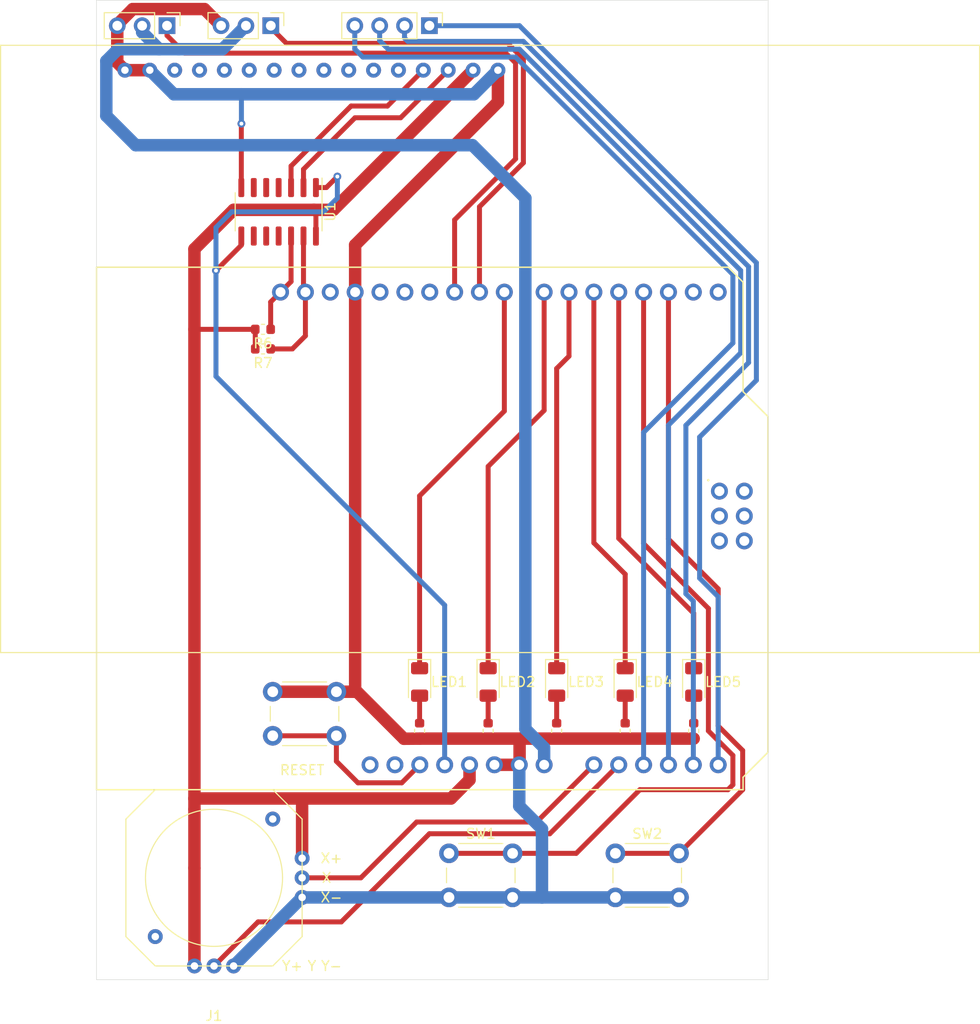
<source format=kicad_pcb>
(kicad_pcb (version 20171130) (host pcbnew 5.1.5-52549c5~84~ubuntu19.04.1)

  (general
    (thickness 1.6)
    (drawings 5)
    (tracks 196)
    (zones 0)
    (modules 22)
    (nets 59)
  )

  (page A4)
  (layers
    (0 F.Cu signal)
    (31 B.Cu signal)
    (32 B.Adhes user hide)
    (33 F.Adhes user hide)
    (34 B.Paste user hide)
    (35 F.Paste user hide)
    (36 B.SilkS user)
    (37 F.SilkS user)
    (38 B.Mask user)
    (39 F.Mask user)
    (40 Dwgs.User user hide)
    (41 Cmts.User user hide)
    (42 Eco1.User user hide)
    (43 Eco2.User user hide)
    (44 Edge.Cuts user)
    (45 Margin user hide)
    (46 B.CrtYd user)
    (47 F.CrtYd user)
    (48 B.Fab user hide)
    (49 F.Fab user hide)
  )

  (setup
    (last_trace_width 0.25)
    (user_trace_width 0.508)
    (user_trace_width 1.27)
    (trace_clearance 0.2)
    (zone_clearance 0.508)
    (zone_45_only no)
    (trace_min 0.2)
    (via_size 0.8)
    (via_drill 0.4)
    (via_min_size 0.4)
    (via_min_drill 0.3)
    (uvia_size 0.3)
    (uvia_drill 0.1)
    (uvias_allowed no)
    (uvia_min_size 0.2)
    (uvia_min_drill 0.1)
    (edge_width 0.05)
    (segment_width 0.2)
    (pcb_text_width 0.3)
    (pcb_text_size 1.5 1.5)
    (mod_edge_width 0.12)
    (mod_text_size 1 1)
    (mod_text_width 0.15)
    (pad_size 1.524 1.524)
    (pad_drill 0.762)
    (pad_to_mask_clearance 0.051)
    (solder_mask_min_width 0.25)
    (aux_axis_origin 0 0)
    (visible_elements FFFFFF7F)
    (pcbplotparams
      (layerselection 0x010fc_ffffffff)
      (usegerberextensions false)
      (usegerberattributes false)
      (usegerberadvancedattributes false)
      (creategerberjobfile false)
      (excludeedgelayer true)
      (linewidth 0.100000)
      (plotframeref false)
      (viasonmask false)
      (mode 1)
      (useauxorigin false)
      (hpglpennumber 1)
      (hpglpenspeed 20)
      (hpglpendiameter 15.000000)
      (psnegative false)
      (psa4output false)
      (plotreference true)
      (plotvalue true)
      (plotinvisibletext false)
      (padsonsilk false)
      (subtractmaskfromsilk false)
      (outputformat 1)
      (mirror false)
      (drillshape 0)
      (scaleselection 1)
      (outputdirectory "../gerber/"))
  )

  (net 0 "")
  (net 1 "Net-(D1-Pad2)")
  (net 2 LED1)
  (net 3 "Net-(D2-Pad2)")
  (net 4 LED2)
  (net 5 "Net-(D3-Pad2)")
  (net 6 LED3)
  (net 7 "Net-(D4-Pad2)")
  (net 8 LED4)
  (net 9 "Net-(D5-Pad2)")
  (net 10 LED5)
  (net 11 5V)
  (net 12 Y)
  (net 13 GND)
  (net 14 X)
  (net 15 VIN)
  (net 16 SERVO2)
  (net 17 SERVO1)
  (net 18 X-)
  (net 19 Y+)
  (net 20 X+)
  (net 21 Y-)
  (net 22 SDA3V3)
  (net 23 SCL3V3)
  (net 24 "Net-(LCD1-Pad12)")
  (net 25 "Net-(LCD1-Pad11)")
  (net 26 "Net-(LCD1-Pad10)")
  (net 27 "Net-(LCD1-Pad9)")
  (net 28 "Net-(LCD1-Pad8)")
  (net 29 "Net-(LCD1-Pad7)")
  (net 30 "Net-(LCD1-Pad6)")
  (net 31 "Net-(LCD1-Pad5)")
  (net 32 "Net-(LCD1-Pad4)")
  (net 33 "Net-(LCD1-Pad3)")
  (net 34 BTN1)
  (net 35 BTN2)
  (net 36 RST)
  (net 37 SCL5)
  (net 38 SDA5)
  (net 39 "Net-(U1-Pad11)")
  (net 40 "Net-(U1-Pad10)")
  (net 41 "Net-(U1-Pad9)")
  (net 42 3V3)
  (net 43 "Net-(U1-Pad6)")
  (net 44 "Net-(U1-Pad5)")
  (net 45 "Net-(U1-Pad4)")
  (net 46 "Net-(XA1-PadMISO)")
  (net 47 "Net-(XA1-PadD11)")
  (net 48 "Net-(XA1-PadD12)")
  (net 49 "Net-(XA1-PadD13)")
  (net 50 "Net-(XA1-PadAREF)")
  (net 51 TX)
  (net 52 RX)
  (net 53 "Net-(XA1-PadIORF)")
  (net 54 "Net-(XA1-Pad5V2)")
  (net 55 "Net-(XA1-PadSCK)")
  (net 56 "Net-(XA1-PadMOSI)")
  (net 57 "Net-(XA1-PadGND4)")
  (net 58 "Net-(XA1-PadRST2)")

  (net_class Default "This is the default net class."
    (clearance 0.2)
    (trace_width 0.25)
    (via_dia 0.8)
    (via_drill 0.4)
    (uvia_dia 0.3)
    (uvia_drill 0.1)
    (add_net 3V3)
    (add_net 5V)
    (add_net BTN1)
    (add_net BTN2)
    (add_net GND)
    (add_net LED1)
    (add_net LED2)
    (add_net LED3)
    (add_net LED4)
    (add_net LED5)
    (add_net "Net-(D1-Pad2)")
    (add_net "Net-(D2-Pad2)")
    (add_net "Net-(D3-Pad2)")
    (add_net "Net-(D4-Pad2)")
    (add_net "Net-(D5-Pad2)")
    (add_net "Net-(LCD1-Pad10)")
    (add_net "Net-(LCD1-Pad11)")
    (add_net "Net-(LCD1-Pad12)")
    (add_net "Net-(LCD1-Pad3)")
    (add_net "Net-(LCD1-Pad4)")
    (add_net "Net-(LCD1-Pad5)")
    (add_net "Net-(LCD1-Pad6)")
    (add_net "Net-(LCD1-Pad7)")
    (add_net "Net-(LCD1-Pad8)")
    (add_net "Net-(LCD1-Pad9)")
    (add_net "Net-(U1-Pad10)")
    (add_net "Net-(U1-Pad11)")
    (add_net "Net-(U1-Pad4)")
    (add_net "Net-(U1-Pad5)")
    (add_net "Net-(U1-Pad6)")
    (add_net "Net-(U1-Pad9)")
    (add_net "Net-(XA1-Pad5V2)")
    (add_net "Net-(XA1-PadAREF)")
    (add_net "Net-(XA1-PadD11)")
    (add_net "Net-(XA1-PadD12)")
    (add_net "Net-(XA1-PadD13)")
    (add_net "Net-(XA1-PadGND4)")
    (add_net "Net-(XA1-PadIORF)")
    (add_net "Net-(XA1-PadMISO)")
    (add_net "Net-(XA1-PadMOSI)")
    (add_net "Net-(XA1-PadRST2)")
    (add_net "Net-(XA1-PadSCK)")
    (add_net RST)
    (add_net RX)
    (add_net SCL3V3)
    (add_net SCL5)
    (add_net SDA3V3)
    (add_net SDA5)
    (add_net SERVO1)
    (add_net SERVO2)
    (add_net TX)
    (add_net VIN)
    (add_net X)
    (add_net X+)
    (add_net X-)
    (add_net Y)
    (add_net Y+)
    (add_net Y-)
  )

  (module Resistor_SMD:R_0603_1608Metric (layer F.Cu) (tedit 5B301BBD) (tstamp 5E625DF7)
    (at 82 69 180)
    (descr "Resistor SMD 0603 (1608 Metric), square (rectangular) end terminal, IPC_7351 nominal, (Body size source: http://www.tortai-tech.com/upload/download/2011102023233369053.pdf), generated with kicad-footprint-generator")
    (tags resistor)
    (path /5E722910)
    (attr smd)
    (fp_text reference R7 (at 0 -1.43) (layer F.SilkS)
      (effects (font (size 1 1) (thickness 0.15)))
    )
    (fp_text value 470 (at 0 1.43) (layer F.Fab)
      (effects (font (size 1 1) (thickness 0.15)))
    )
    (fp_text user %R (at 0 0) (layer F.Fab)
      (effects (font (size 0.4 0.4) (thickness 0.06)))
    )
    (fp_line (start 1.48 0.73) (end -1.48 0.73) (layer F.CrtYd) (width 0.05))
    (fp_line (start 1.48 -0.73) (end 1.48 0.73) (layer F.CrtYd) (width 0.05))
    (fp_line (start -1.48 -0.73) (end 1.48 -0.73) (layer F.CrtYd) (width 0.05))
    (fp_line (start -1.48 0.73) (end -1.48 -0.73) (layer F.CrtYd) (width 0.05))
    (fp_line (start -0.162779 0.51) (end 0.162779 0.51) (layer F.SilkS) (width 0.12))
    (fp_line (start -0.162779 -0.51) (end 0.162779 -0.51) (layer F.SilkS) (width 0.12))
    (fp_line (start 0.8 0.4) (end -0.8 0.4) (layer F.Fab) (width 0.1))
    (fp_line (start 0.8 -0.4) (end 0.8 0.4) (layer F.Fab) (width 0.1))
    (fp_line (start -0.8 -0.4) (end 0.8 -0.4) (layer F.Fab) (width 0.1))
    (fp_line (start -0.8 0.4) (end -0.8 -0.4) (layer F.Fab) (width 0.1))
    (pad 2 smd roundrect (at 0.7875 0 180) (size 0.875 0.95) (layers F.Cu F.Paste F.Mask) (roundrect_rratio 0.25)
      (net 11 5V))
    (pad 1 smd roundrect (at -0.7875 0 180) (size 0.875 0.95) (layers F.Cu F.Paste F.Mask) (roundrect_rratio 0.25)
      (net 38 SDA5))
    (model ${KISYS3DMOD}/Resistor_SMD.3dshapes/R_0603_1608Metric.wrl
      (at (xyz 0 0 0))
      (scale (xyz 1 1 1))
      (rotate (xyz 0 0 0))
    )
  )

  (module Resistor_SMD:R_0603_1608Metric (layer F.Cu) (tedit 5B301BBD) (tstamp 5E625DE6)
    (at 82 67 180)
    (descr "Resistor SMD 0603 (1608 Metric), square (rectangular) end terminal, IPC_7351 nominal, (Body size source: http://www.tortai-tech.com/upload/download/2011102023233369053.pdf), generated with kicad-footprint-generator")
    (tags resistor)
    (path /5E722109)
    (attr smd)
    (fp_text reference R6 (at 0 -1.43) (layer F.SilkS)
      (effects (font (size 1 1) (thickness 0.15)))
    )
    (fp_text value 470 (at 0 1.43) (layer F.Fab)
      (effects (font (size 1 1) (thickness 0.15)))
    )
    (fp_text user %R (at 0 0) (layer F.Fab)
      (effects (font (size 0.4 0.4) (thickness 0.06)))
    )
    (fp_line (start 1.48 0.73) (end -1.48 0.73) (layer F.CrtYd) (width 0.05))
    (fp_line (start 1.48 -0.73) (end 1.48 0.73) (layer F.CrtYd) (width 0.05))
    (fp_line (start -1.48 -0.73) (end 1.48 -0.73) (layer F.CrtYd) (width 0.05))
    (fp_line (start -1.48 0.73) (end -1.48 -0.73) (layer F.CrtYd) (width 0.05))
    (fp_line (start -0.162779 0.51) (end 0.162779 0.51) (layer F.SilkS) (width 0.12))
    (fp_line (start -0.162779 -0.51) (end 0.162779 -0.51) (layer F.SilkS) (width 0.12))
    (fp_line (start 0.8 0.4) (end -0.8 0.4) (layer F.Fab) (width 0.1))
    (fp_line (start 0.8 -0.4) (end 0.8 0.4) (layer F.Fab) (width 0.1))
    (fp_line (start -0.8 -0.4) (end 0.8 -0.4) (layer F.Fab) (width 0.1))
    (fp_line (start -0.8 0.4) (end -0.8 -0.4) (layer F.Fab) (width 0.1))
    (pad 2 smd roundrect (at 0.7875 0 180) (size 0.875 0.95) (layers F.Cu F.Paste F.Mask) (roundrect_rratio 0.25)
      (net 11 5V))
    (pad 1 smd roundrect (at -0.7875 0 180) (size 0.875 0.95) (layers F.Cu F.Paste F.Mask) (roundrect_rratio 0.25)
      (net 37 SCL5))
    (model ${KISYS3DMOD}/Resistor_SMD.3dshapes/R_0603_1608Metric.wrl
      (at (xyz 0 0 0))
      (scale (xyz 1 1 1))
      (rotate (xyz 0 0 0))
    )
  )

  (module footprints:LCD (layer F.Cu) (tedit 5E6177F2) (tstamp 5E61D63A)
    (at 105.2 69)
    (path /5E617F75)
    (fp_text reference LCD1 (at 0 11.5) (layer F.SilkS) hide
      (effects (font (size 1 1) (thickness 0.15)))
    )
    (fp_text value LCD (at 0 -11.5) (layer F.Fab)
      (effects (font (size 1 1) (thickness 0.15)))
    )
    (fp_text user TXO (at -9.36 -33.54 90) (layer F.SilkS) hide
      (effects (font (size 1 1) (thickness 0.15)))
    )
    (fp_text user RXI (at -11.9 -33.54 90) (layer F.SilkS) hide
      (effects (font (size 1 1) (thickness 0.15)))
    )
    (fp_text user GND (at 0.8 -33 90) (layer F.SilkS) hide
      (effects (font (size 1 1) (thickness 0.15)))
    )
    (fp_text user GND (at -34.76 -33.54 90) (layer F.SilkS) hide
      (effects (font (size 1 1) (thickness 0.15)))
    )
    (fp_text user RAW (at -1.74 -33.54 90) (layer F.SilkS) hide
      (effects (font (size 1 1) (thickness 0.15)))
    )
    (fp_text user SDA (at -4.28 -33.54 90) (layer F.SilkS) hide
      (effects (font (size 1 1) (thickness 0.15)))
    )
    (fp_text user SCL (at -6.82 -33.54 90) (layer F.SilkS) hide
      (effects (font (size 1 1) (thickness 0.15)))
    )
    (fp_text user /CS (at -14.44 -33.54 90) (layer F.SilkS) hide
      (effects (font (size 1 1) (thickness 0.15)))
    )
    (fp_text user SDI (at -16.98 -33.54 90) (layer F.SilkS) hide
      (effects (font (size 1 1) (thickness 0.15)))
    )
    (fp_text user SDO (at -19.52 -33.54 90) (layer F.SilkS) hide
      (effects (font (size 1 1) (thickness 0.15)))
    )
    (fp_text user SCK (at -22.06 -33.54 90) (layer F.SilkS) hide
      (effects (font (size 1 1) (thickness 0.15)))
    )
    (fp_text user DTR (at -24.6 -33.54 90) (layer F.SilkS) hide
      (effects (font (size 1 1) (thickness 0.15)))
    )
    (fp_text user TXO (at -27.14 -33.54 90) (layer F.SilkS) hide
      (effects (font (size 1 1) (thickness 0.15)))
    )
    (fp_text user RXI (at -29.68 -33.54 90) (layer F.SilkS) hide
      (effects (font (size 1 1) (thickness 0.15)))
    )
    (fp_text user VCC (at -32.22 -33.54 90) (layer F.SilkS) hide
      (effects (font (size 1 1) (thickness 0.15)))
    )
    (fp_text user GND (at -37.3 -33.54 90) (layer F.SilkS) hide
      (effects (font (size 1 1) (thickness 0.15)))
    )
    (fp_line (start -50 -31) (end -50 31) (layer F.SilkS) (width 0.12))
    (fp_line (start 50 -31) (end -50 -31) (layer F.SilkS) (width 0.12))
    (fp_line (start 50 31) (end 50 -31) (layer F.SilkS) (width 0.12))
    (fp_line (start -50 31) (end 50 31) (layer F.SilkS) (width 0.12))
    (pad 16 thru_hole circle (at 0.8 -28.46) (size 1.524 1.524) (drill 0.762) (layers *.Cu *.Mask)
      (net 13 GND))
    (pad 15 thru_hole circle (at -1.74 -28.46) (size 1.524 1.524) (drill 0.762) (layers *.Cu *.Mask)
      (net 11 5V))
    (pad 14 thru_hole circle (at -4.28 -28.46) (size 1.524 1.524) (drill 0.762) (layers *.Cu *.Mask)
      (net 22 SDA3V3))
    (pad 13 thru_hole circle (at -6.82 -28.46) (size 1.524 1.524) (drill 0.762) (layers *.Cu *.Mask)
      (net 23 SCL3V3))
    (pad 12 thru_hole circle (at -9.36 -28.46) (size 1.524 1.524) (drill 0.762) (layers *.Cu *.Mask)
      (net 24 "Net-(LCD1-Pad12)"))
    (pad 11 thru_hole circle (at -11.9 -28.46) (size 1.524 1.524) (drill 0.762) (layers *.Cu *.Mask)
      (net 25 "Net-(LCD1-Pad11)"))
    (pad 10 thru_hole circle (at -14.44 -28.46) (size 1.524 1.524) (drill 0.762) (layers *.Cu *.Mask)
      (net 26 "Net-(LCD1-Pad10)"))
    (pad 9 thru_hole circle (at -16.98 -28.46) (size 1.524 1.524) (drill 0.762) (layers *.Cu *.Mask)
      (net 27 "Net-(LCD1-Pad9)"))
    (pad 8 thru_hole circle (at -19.52 -28.46) (size 1.524 1.524) (drill 0.762) (layers *.Cu *.Mask)
      (net 28 "Net-(LCD1-Pad8)"))
    (pad 7 thru_hole circle (at -22.06 -28.46) (size 1.524 1.524) (drill 0.762) (layers *.Cu *.Mask)
      (net 29 "Net-(LCD1-Pad7)"))
    (pad 6 thru_hole circle (at -24.6 -28.46) (size 1.524 1.524) (drill 0.762) (layers *.Cu *.Mask)
      (net 30 "Net-(LCD1-Pad6)"))
    (pad 5 thru_hole circle (at -27.14 -28.46) (size 1.524 1.524) (drill 0.762) (layers *.Cu *.Mask)
      (net 31 "Net-(LCD1-Pad5)"))
    (pad 4 thru_hole circle (at -29.68 -28.46) (size 1.524 1.524) (drill 0.762) (layers *.Cu *.Mask)
      (net 32 "Net-(LCD1-Pad4)"))
    (pad 3 thru_hole circle (at -32.22 -28.46) (size 1.524 1.524) (drill 0.762) (layers *.Cu *.Mask)
      (net 33 "Net-(LCD1-Pad3)"))
    (pad 2 thru_hole circle (at -34.76 -28.46) (size 1.524 1.524) (drill 0.762) (layers *.Cu *.Mask)
      (net 13 GND))
    (pad 1 thru_hole circle (at -37.3 -28.46) (size 1.524 1.524) (drill 0.762) (layers *.Cu *.Mask)
      (net 13 GND))
  )

  (module Arduino:Arduino_Uno_Shield (layer F.Cu) (tedit 5A8605EC) (tstamp 5E627B8C)
    (at 65 114)
    (descr https://store.arduino.cc/arduino-uno-rev3)
    (path /5E619331)
    (fp_text reference XA1 (at 2.54 -54.356) (layer F.SilkS) hide
      (effects (font (size 1 1) (thickness 0.15)))
    )
    (fp_text value Arduino_Uno_Shield (at 15.494 -54.356) (layer F.Fab)
      (effects (font (size 1 1) (thickness 0.15)))
    )
    (fp_line (start 0 -53.34) (end 64.516 -53.34) (layer F.SilkS) (width 0.15))
    (fp_line (start 0 0) (end 66.04 0) (layer F.SilkS) (width 0.15))
    (fp_line (start 64.516 -53.34) (end 66.04 -51.816) (layer F.SilkS) (width 0.15))
    (fp_line (start 66.04 0) (end 66.04 -1.27) (layer F.SilkS) (width 0.15))
    (fp_line (start 66.04 -1.27) (end 68.58 -3.81) (layer F.SilkS) (width 0.15))
    (fp_line (start 68.58 -3.81) (end 68.58 -38.1) (layer F.SilkS) (width 0.15))
    (fp_line (start 68.58 -38.1) (end 66.04 -40.64) (layer F.SilkS) (width 0.15))
    (fp_line (start 66.04 -40.64) (end 66.04 -51.816) (layer F.SilkS) (width 0.15))
    (fp_line (start 0 -53.34) (end 0 0) (layer F.SilkS) (width 0.15))
    (fp_line (start -1.905 -12.065) (end 11.43 -12.065) (layer B.CrtYd) (width 0.15))
    (fp_line (start -1.905 -12.065) (end -1.905 -3.175) (layer B.CrtYd) (width 0.15))
    (fp_line (start -1.905 -3.175) (end 11.43 -3.175) (layer B.CrtYd) (width 0.15))
    (fp_line (start 11.43 -12.065) (end 11.43 -3.175) (layer B.CrtYd) (width 0.15))
    (fp_text user . (at 62.484 -32.004) (layer F.SilkS)
      (effects (font (size 1 1) (thickness 0.15)))
    )
    (fp_line (start -6.35 -43.815) (end -6.35 -32.385) (layer B.CrtYd) (width 0.15))
    (fp_line (start 9.525 -43.815) (end 9.525 -32.385) (layer B.CrtYd) (width 0.15))
    (fp_line (start 9.525 -43.815) (end -6.35 -43.815) (layer B.CrtYd) (width 0.15))
    (fp_line (start 9.525 -32.385) (end -6.35 -32.385) (layer B.CrtYd) (width 0.15))
    (pad MISO thru_hole oval (at 63.627 -30.48) (size 1.7272 1.7272) (drill 1.016) (layers *.Cu *.Mask)
      (net 46 "Net-(XA1-PadMISO)"))
    (pad A5 thru_hole oval (at 63.5 -2.54) (size 1.7272 1.7272) (drill 1.016) (layers *.Cu *.Mask)
      (net 21 Y-))
    (pad A4 thru_hole oval (at 60.96 -2.54) (size 1.7272 1.7272) (drill 1.016) (layers *.Cu *.Mask)
      (net 20 X+))
    (pad A3 thru_hole oval (at 58.42 -2.54) (size 1.7272 1.7272) (drill 1.016) (layers *.Cu *.Mask)
      (net 19 Y+))
    (pad A2 thru_hole oval (at 55.88 -2.54) (size 1.7272 1.7272) (drill 1.016) (layers *.Cu *.Mask)
      (net 18 X-))
    (pad A1 thru_hole oval (at 53.34 -2.54) (size 1.7272 1.7272) (drill 1.016) (layers *.Cu *.Mask)
      (net 12 Y))
    (pad "" thru_hole oval (at 27.94 -2.54) (size 1.7272 1.7272) (drill 1.016) (layers *.Cu *.Mask))
    (pad D11 thru_hole oval (at 34.036 -50.8) (size 1.7272 1.7272) (drill 1.016) (layers *.Cu *.Mask)
      (net 47 "Net-(XA1-PadD11)"))
    (pad D12 thru_hole oval (at 31.496 -50.8) (size 1.7272 1.7272) (drill 1.016) (layers *.Cu *.Mask)
      (net 48 "Net-(XA1-PadD12)"))
    (pad D13 thru_hole oval (at 28.956 -50.8) (size 1.7272 1.7272) (drill 1.016) (layers *.Cu *.Mask)
      (net 49 "Net-(XA1-PadD13)"))
    (pad AREF thru_hole oval (at 23.876 -50.8) (size 1.7272 1.7272) (drill 1.016) (layers *.Cu *.Mask)
      (net 50 "Net-(XA1-PadAREF)"))
    (pad SDA thru_hole oval (at 21.336 -50.8) (size 1.7272 1.7272) (drill 1.016) (layers *.Cu *.Mask)
      (net 38 SDA5))
    (pad SCL thru_hole oval (at 18.796 -50.8) (size 1.7272 1.7272) (drill 1.016) (layers *.Cu *.Mask)
      (net 37 SCL5))
    (pad "" np_thru_hole circle (at 13.97 -2.54) (size 3.2 3.2) (drill 3.2) (layers *.Cu *.Mask))
    (pad "" np_thru_hole circle (at 15.24 -50.8) (size 3.2 3.2) (drill 3.2) (layers *.Cu *.Mask))
    (pad "" np_thru_hole circle (at 66.04 -35.56) (size 3.2 3.2) (drill 3.2) (layers *.Cu *.Mask))
    (pad "" np_thru_hole circle (at 66.04 -7.62) (size 3.2 3.2) (drill 3.2) (layers *.Cu *.Mask))
    (pad D10 thru_hole oval (at 36.576 -50.8) (size 1.7272 1.7272) (drill 1.016) (layers *.Cu *.Mask)
      (net 16 SERVO2))
    (pad D9 thru_hole oval (at 39.116 -50.8) (size 1.7272 1.7272) (drill 1.016) (layers *.Cu *.Mask)
      (net 17 SERVO1))
    (pad D8 thru_hole oval (at 41.656 -50.8) (size 1.7272 1.7272) (drill 1.016) (layers *.Cu *.Mask)
      (net 2 LED1))
    (pad GND1 thru_hole oval (at 26.416 -50.8) (size 1.7272 1.7272) (drill 1.016) (layers *.Cu *.Mask)
      (net 13 GND))
    (pad D7 thru_hole oval (at 45.72 -50.8) (size 1.7272 1.7272) (drill 1.016) (layers *.Cu *.Mask)
      (net 4 LED2))
    (pad D6 thru_hole oval (at 48.26 -50.8) (size 1.7272 1.7272) (drill 1.016) (layers *.Cu *.Mask)
      (net 6 LED3))
    (pad D5 thru_hole oval (at 50.8 -50.8) (size 1.7272 1.7272) (drill 1.016) (layers *.Cu *.Mask)
      (net 8 LED4))
    (pad D4 thru_hole oval (at 53.34 -50.8) (size 1.7272 1.7272) (drill 1.016) (layers *.Cu *.Mask)
      (net 10 LED5))
    (pad D3 thru_hole oval (at 55.88 -50.8) (size 1.7272 1.7272) (drill 1.016) (layers *.Cu *.Mask)
      (net 34 BTN1))
    (pad D2 thru_hole oval (at 58.42 -50.8) (size 1.7272 1.7272) (drill 1.016) (layers *.Cu *.Mask)
      (net 35 BTN2))
    (pad D1 thru_hole oval (at 60.96 -50.8) (size 1.7272 1.7272) (drill 1.016) (layers *.Cu *.Mask)
      (net 51 TX))
    (pad D0 thru_hole oval (at 63.5 -50.8) (size 1.7272 1.7272) (drill 1.016) (layers *.Cu *.Mask)
      (net 52 RX))
    (pad IORF thru_hole oval (at 30.48 -2.54) (size 1.7272 1.7272) (drill 1.016) (layers *.Cu *.Mask)
      (net 53 "Net-(XA1-PadIORF)"))
    (pad RST1 thru_hole oval (at 33.02 -2.54) (size 1.7272 1.7272) (drill 1.016) (layers *.Cu *.Mask)
      (net 36 RST))
    (pad 3V3 thru_hole oval (at 35.56 -2.54) (size 1.7272 1.7272) (drill 1.016) (layers *.Cu *.Mask)
      (net 42 3V3))
    (pad 5V1 thru_hole oval (at 38.1 -2.54) (size 1.7272 1.7272) (drill 1.016) (layers *.Cu *.Mask)
      (net 11 5V))
    (pad GND2 thru_hole oval (at 40.64 -2.54) (size 1.7272 1.7272) (drill 1.016) (layers *.Cu *.Mask)
      (net 13 GND))
    (pad GND3 thru_hole oval (at 43.18 -2.54) (size 1.7272 1.7272) (drill 1.016) (layers *.Cu *.Mask)
      (net 13 GND))
    (pad VIN thru_hole oval (at 45.72 -2.54) (size 1.7272 1.7272) (drill 1.016) (layers *.Cu *.Mask)
      (net 15 VIN))
    (pad A0 thru_hole oval (at 50.8 -2.54) (size 1.7272 1.7272) (drill 1.016) (layers *.Cu *.Mask)
      (net 14 X))
    (pad 5V2 thru_hole oval (at 66.167 -30.48) (size 1.7272 1.7272) (drill 1.016) (layers *.Cu *.Mask)
      (net 54 "Net-(XA1-Pad5V2)"))
    (pad SCK thru_hole oval (at 63.627 -27.94) (size 1.7272 1.7272) (drill 1.016) (layers *.Cu *.Mask)
      (net 55 "Net-(XA1-PadSCK)"))
    (pad MOSI thru_hole oval (at 66.167 -27.94) (size 1.7272 1.7272) (drill 1.016) (layers *.Cu *.Mask)
      (net 56 "Net-(XA1-PadMOSI)"))
    (pad GND4 thru_hole oval (at 66.167 -25.4) (size 1.7272 1.7272) (drill 1.016) (layers *.Cu *.Mask)
      (net 57 "Net-(XA1-PadGND4)"))
    (pad RST2 thru_hole oval (at 63.627 -25.4) (size 1.7272 1.7272) (drill 1.016) (layers *.Cu *.Mask)
      (net 58 "Net-(XA1-PadRST2)"))
  )

  (module Package_SO:SOIC-14_3.9x8.7mm_P1.27mm (layer F.Cu) (tedit 5D9F72B1) (tstamp 5E61D70C)
    (at 83.6 55 270)
    (descr "SOIC, 14 Pin (JEDEC MS-012AB, https://www.analog.com/media/en/package-pcb-resources/package/pkg_pdf/soic_narrow-r/r_14.pdf), generated with kicad-footprint-generator ipc_gullwing_generator.py")
    (tags "SOIC SO")
    (path /5E6B15B7)
    (attr smd)
    (fp_text reference U1 (at 0 -5.28 90) (layer F.SilkS)
      (effects (font (size 1 1) (thickness 0.15)))
    )
    (fp_text value TXB0104D (at 0 5.28 90) (layer F.Fab)
      (effects (font (size 1 1) (thickness 0.15)))
    )
    (fp_line (start 3.7 -4.58) (end -3.7 -4.58) (layer F.CrtYd) (width 0.05))
    (fp_line (start 3.7 4.58) (end 3.7 -4.58) (layer F.CrtYd) (width 0.05))
    (fp_line (start -3.7 4.58) (end 3.7 4.58) (layer F.CrtYd) (width 0.05))
    (fp_line (start -3.7 -4.58) (end -3.7 4.58) (layer F.CrtYd) (width 0.05))
    (fp_line (start -1.95 -3.35) (end -0.975 -4.325) (layer F.Fab) (width 0.1))
    (fp_line (start -1.95 4.325) (end -1.95 -3.35) (layer F.Fab) (width 0.1))
    (fp_line (start 1.95 4.325) (end -1.95 4.325) (layer F.Fab) (width 0.1))
    (fp_line (start 1.95 -4.325) (end 1.95 4.325) (layer F.Fab) (width 0.1))
    (fp_line (start -0.975 -4.325) (end 1.95 -4.325) (layer F.Fab) (width 0.1))
    (fp_line (start 0 -4.435) (end -3.45 -4.435) (layer F.SilkS) (width 0.12))
    (fp_line (start 0 -4.435) (end 1.95 -4.435) (layer F.SilkS) (width 0.12))
    (fp_line (start 0 4.435) (end -1.95 4.435) (layer F.SilkS) (width 0.12))
    (fp_line (start 0 4.435) (end 1.95 4.435) (layer F.SilkS) (width 0.12))
    (pad 14 smd roundrect (at 2.475 -3.81 270) (size 1.95 0.6) (layers F.Cu F.Paste F.Mask) (roundrect_rratio 0.25)
      (net 11 5V))
    (pad 13 smd roundrect (at 2.475 -2.54 270) (size 1.95 0.6) (layers F.Cu F.Paste F.Mask) (roundrect_rratio 0.25)
      (net 38 SDA5))
    (pad 12 smd roundrect (at 2.475 -1.27 270) (size 1.95 0.6) (layers F.Cu F.Paste F.Mask) (roundrect_rratio 0.25)
      (net 37 SCL5))
    (pad 11 smd roundrect (at 2.475 0 270) (size 1.95 0.6) (layers F.Cu F.Paste F.Mask) (roundrect_rratio 0.25)
      (net 39 "Net-(U1-Pad11)"))
    (pad 10 smd roundrect (at 2.475 1.27 270) (size 1.95 0.6) (layers F.Cu F.Paste F.Mask) (roundrect_rratio 0.25)
      (net 40 "Net-(U1-Pad10)"))
    (pad 9 smd roundrect (at 2.475 2.54 270) (size 1.95 0.6) (layers F.Cu F.Paste F.Mask) (roundrect_rratio 0.25)
      (net 41 "Net-(U1-Pad9)"))
    (pad 8 smd roundrect (at 2.475 3.81 270) (size 1.95 0.6) (layers F.Cu F.Paste F.Mask) (roundrect_rratio 0.25)
      (net 42 3V3))
    (pad 7 smd roundrect (at -2.475 3.81 270) (size 1.95 0.6) (layers F.Cu F.Paste F.Mask) (roundrect_rratio 0.25)
      (net 13 GND))
    (pad 6 smd roundrect (at -2.475 2.54 270) (size 1.95 0.6) (layers F.Cu F.Paste F.Mask) (roundrect_rratio 0.25)
      (net 43 "Net-(U1-Pad6)"))
    (pad 5 smd roundrect (at -2.475 1.27 270) (size 1.95 0.6) (layers F.Cu F.Paste F.Mask) (roundrect_rratio 0.25)
      (net 44 "Net-(U1-Pad5)"))
    (pad 4 smd roundrect (at -2.475 0 270) (size 1.95 0.6) (layers F.Cu F.Paste F.Mask) (roundrect_rratio 0.25)
      (net 45 "Net-(U1-Pad4)"))
    (pad 3 smd roundrect (at -2.475 -1.27 270) (size 1.95 0.6) (layers F.Cu F.Paste F.Mask) (roundrect_rratio 0.25)
      (net 23 SCL3V3))
    (pad 2 smd roundrect (at -2.475 -2.54 270) (size 1.95 0.6) (layers F.Cu F.Paste F.Mask) (roundrect_rratio 0.25)
      (net 22 SDA3V3))
    (pad 1 smd roundrect (at -2.475 -3.81 270) (size 1.95 0.6) (layers F.Cu F.Paste F.Mask) (roundrect_rratio 0.25)
      (net 42 3V3))
    (model ${KISYS3DMOD}/Package_SO.3dshapes/SOIC-14_3.9x8.7mm_P1.27mm.wrl
      (at (xyz 0 0 0))
      (scale (xyz 1 1 1))
      (rotate (xyz 0 0 0))
    )
  )

  (module Button_Switch_THT:SW_PUSH_6mm (layer F.Cu) (tedit 5A02FE31) (tstamp 5E61D6EC)
    (at 89.5 108.5 180)
    (descr https://www.omron.com/ecb/products/pdf/en-b3f.pdf)
    (tags "tact sw push 6mm")
    (path /5E6351E2)
    (fp_text reference SW3 (at 3.25 -2) (layer F.SilkS) hide
      (effects (font (size 1 1) (thickness 0.15)))
    )
    (fp_text value SW_Push (at 3.75 6.7) (layer F.Fab)
      (effects (font (size 1 1) (thickness 0.15)))
    )
    (fp_circle (center 3.25 2.25) (end 1.25 2.5) (layer F.Fab) (width 0.1))
    (fp_line (start 6.75 3) (end 6.75 1.5) (layer F.SilkS) (width 0.12))
    (fp_line (start 5.5 -1) (end 1 -1) (layer F.SilkS) (width 0.12))
    (fp_line (start -0.25 1.5) (end -0.25 3) (layer F.SilkS) (width 0.12))
    (fp_line (start 1 5.5) (end 5.5 5.5) (layer F.SilkS) (width 0.12))
    (fp_line (start 8 -1.25) (end 8 5.75) (layer F.CrtYd) (width 0.05))
    (fp_line (start 7.75 6) (end -1.25 6) (layer F.CrtYd) (width 0.05))
    (fp_line (start -1.5 5.75) (end -1.5 -1.25) (layer F.CrtYd) (width 0.05))
    (fp_line (start -1.25 -1.5) (end 7.75 -1.5) (layer F.CrtYd) (width 0.05))
    (fp_line (start -1.5 6) (end -1.25 6) (layer F.CrtYd) (width 0.05))
    (fp_line (start -1.5 5.75) (end -1.5 6) (layer F.CrtYd) (width 0.05))
    (fp_line (start -1.5 -1.5) (end -1.25 -1.5) (layer F.CrtYd) (width 0.05))
    (fp_line (start -1.5 -1.25) (end -1.5 -1.5) (layer F.CrtYd) (width 0.05))
    (fp_line (start 8 -1.5) (end 8 -1.25) (layer F.CrtYd) (width 0.05))
    (fp_line (start 7.75 -1.5) (end 8 -1.5) (layer F.CrtYd) (width 0.05))
    (fp_line (start 8 6) (end 8 5.75) (layer F.CrtYd) (width 0.05))
    (fp_line (start 7.75 6) (end 8 6) (layer F.CrtYd) (width 0.05))
    (fp_line (start 0.25 -0.75) (end 3.25 -0.75) (layer F.Fab) (width 0.1))
    (fp_line (start 0.25 5.25) (end 0.25 -0.75) (layer F.Fab) (width 0.1))
    (fp_line (start 6.25 5.25) (end 0.25 5.25) (layer F.Fab) (width 0.1))
    (fp_line (start 6.25 -0.75) (end 6.25 5.25) (layer F.Fab) (width 0.1))
    (fp_line (start 3.25 -0.75) (end 6.25 -0.75) (layer F.Fab) (width 0.1))
    (fp_text user %R (at 3.25 2.25) (layer F.Fab)
      (effects (font (size 1 1) (thickness 0.15)))
    )
    (pad 1 thru_hole circle (at 6.5 0 270) (size 2 2) (drill 1.1) (layers *.Cu *.Mask)
      (net 36 RST))
    (pad 2 thru_hole circle (at 6.5 4.5 270) (size 2 2) (drill 1.1) (layers *.Cu *.Mask)
      (net 13 GND))
    (pad 1 thru_hole circle (at 0 0 270) (size 2 2) (drill 1.1) (layers *.Cu *.Mask)
      (net 36 RST))
    (pad 2 thru_hole circle (at 0 4.5 270) (size 2 2) (drill 1.1) (layers *.Cu *.Mask)
      (net 13 GND))
    (model ${KISYS3DMOD}/Button_Switch_THT.3dshapes/SW_PUSH_6mm.wrl
      (at (xyz 0 0 0))
      (scale (xyz 1 1 1))
      (rotate (xyz 0 0 0))
    )
  )

  (module Button_Switch_THT:SW_PUSH_6mm (layer F.Cu) (tedit 5A02FE31) (tstamp 5E61D6CD)
    (at 118 120.5)
    (descr https://www.omron.com/ecb/products/pdf/en-b3f.pdf)
    (tags "tact sw push 6mm")
    (path /5E61869D)
    (fp_text reference SW2 (at 3.25 -2) (layer F.SilkS)
      (effects (font (size 1 1) (thickness 0.15)))
    )
    (fp_text value SW_Push (at 3.75 6.7) (layer F.Fab)
      (effects (font (size 1 1) (thickness 0.15)))
    )
    (fp_circle (center 3.25 2.25) (end 1.25 2.5) (layer F.Fab) (width 0.1))
    (fp_line (start 6.75 3) (end 6.75 1.5) (layer F.SilkS) (width 0.12))
    (fp_line (start 5.5 -1) (end 1 -1) (layer F.SilkS) (width 0.12))
    (fp_line (start -0.25 1.5) (end -0.25 3) (layer F.SilkS) (width 0.12))
    (fp_line (start 1 5.5) (end 5.5 5.5) (layer F.SilkS) (width 0.12))
    (fp_line (start 8 -1.25) (end 8 5.75) (layer F.CrtYd) (width 0.05))
    (fp_line (start 7.75 6) (end -1.25 6) (layer F.CrtYd) (width 0.05))
    (fp_line (start -1.5 5.75) (end -1.5 -1.25) (layer F.CrtYd) (width 0.05))
    (fp_line (start -1.25 -1.5) (end 7.75 -1.5) (layer F.CrtYd) (width 0.05))
    (fp_line (start -1.5 6) (end -1.25 6) (layer F.CrtYd) (width 0.05))
    (fp_line (start -1.5 5.75) (end -1.5 6) (layer F.CrtYd) (width 0.05))
    (fp_line (start -1.5 -1.5) (end -1.25 -1.5) (layer F.CrtYd) (width 0.05))
    (fp_line (start -1.5 -1.25) (end -1.5 -1.5) (layer F.CrtYd) (width 0.05))
    (fp_line (start 8 -1.5) (end 8 -1.25) (layer F.CrtYd) (width 0.05))
    (fp_line (start 7.75 -1.5) (end 8 -1.5) (layer F.CrtYd) (width 0.05))
    (fp_line (start 8 6) (end 8 5.75) (layer F.CrtYd) (width 0.05))
    (fp_line (start 7.75 6) (end 8 6) (layer F.CrtYd) (width 0.05))
    (fp_line (start 0.25 -0.75) (end 3.25 -0.75) (layer F.Fab) (width 0.1))
    (fp_line (start 0.25 5.25) (end 0.25 -0.75) (layer F.Fab) (width 0.1))
    (fp_line (start 6.25 5.25) (end 0.25 5.25) (layer F.Fab) (width 0.1))
    (fp_line (start 6.25 -0.75) (end 6.25 5.25) (layer F.Fab) (width 0.1))
    (fp_line (start 3.25 -0.75) (end 6.25 -0.75) (layer F.Fab) (width 0.1))
    (fp_text user %R (at 3.25 2.25) (layer F.Fab)
      (effects (font (size 1 1) (thickness 0.15)))
    )
    (pad 1 thru_hole circle (at 6.5 0 90) (size 2 2) (drill 1.1) (layers *.Cu *.Mask)
      (net 35 BTN2))
    (pad 2 thru_hole circle (at 6.5 4.5 90) (size 2 2) (drill 1.1) (layers *.Cu *.Mask)
      (net 13 GND))
    (pad 1 thru_hole circle (at 0 0 90) (size 2 2) (drill 1.1) (layers *.Cu *.Mask)
      (net 35 BTN2))
    (pad 2 thru_hole circle (at 0 4.5 90) (size 2 2) (drill 1.1) (layers *.Cu *.Mask)
      (net 13 GND))
    (model ${KISYS3DMOD}/Button_Switch_THT.3dshapes/SW_PUSH_6mm.wrl
      (at (xyz 0 0 0))
      (scale (xyz 1 1 1))
      (rotate (xyz 0 0 0))
    )
  )

  (module Button_Switch_THT:SW_PUSH_6mm (layer F.Cu) (tedit 5A02FE31) (tstamp 5E61D6AE)
    (at 101 120.5)
    (descr https://www.omron.com/ecb/products/pdf/en-b3f.pdf)
    (tags "tact sw push 6mm")
    (path /5E62B1E9)
    (fp_text reference SW1 (at 3.25 -2) (layer F.SilkS)
      (effects (font (size 1 1) (thickness 0.15)))
    )
    (fp_text value SW_Push (at 3.75 6.7) (layer F.Fab)
      (effects (font (size 1 1) (thickness 0.15)))
    )
    (fp_circle (center 3.25 2.25) (end 1.25 2.5) (layer F.Fab) (width 0.1))
    (fp_line (start 6.75 3) (end 6.75 1.5) (layer F.SilkS) (width 0.12))
    (fp_line (start 5.5 -1) (end 1 -1) (layer F.SilkS) (width 0.12))
    (fp_line (start -0.25 1.5) (end -0.25 3) (layer F.SilkS) (width 0.12))
    (fp_line (start 1 5.5) (end 5.5 5.5) (layer F.SilkS) (width 0.12))
    (fp_line (start 8 -1.25) (end 8 5.75) (layer F.CrtYd) (width 0.05))
    (fp_line (start 7.75 6) (end -1.25 6) (layer F.CrtYd) (width 0.05))
    (fp_line (start -1.5 5.75) (end -1.5 -1.25) (layer F.CrtYd) (width 0.05))
    (fp_line (start -1.25 -1.5) (end 7.75 -1.5) (layer F.CrtYd) (width 0.05))
    (fp_line (start -1.5 6) (end -1.25 6) (layer F.CrtYd) (width 0.05))
    (fp_line (start -1.5 5.75) (end -1.5 6) (layer F.CrtYd) (width 0.05))
    (fp_line (start -1.5 -1.5) (end -1.25 -1.5) (layer F.CrtYd) (width 0.05))
    (fp_line (start -1.5 -1.25) (end -1.5 -1.5) (layer F.CrtYd) (width 0.05))
    (fp_line (start 8 -1.5) (end 8 -1.25) (layer F.CrtYd) (width 0.05))
    (fp_line (start 7.75 -1.5) (end 8 -1.5) (layer F.CrtYd) (width 0.05))
    (fp_line (start 8 6) (end 8 5.75) (layer F.CrtYd) (width 0.05))
    (fp_line (start 7.75 6) (end 8 6) (layer F.CrtYd) (width 0.05))
    (fp_line (start 0.25 -0.75) (end 3.25 -0.75) (layer F.Fab) (width 0.1))
    (fp_line (start 0.25 5.25) (end 0.25 -0.75) (layer F.Fab) (width 0.1))
    (fp_line (start 6.25 5.25) (end 0.25 5.25) (layer F.Fab) (width 0.1))
    (fp_line (start 6.25 -0.75) (end 6.25 5.25) (layer F.Fab) (width 0.1))
    (fp_line (start 3.25 -0.75) (end 6.25 -0.75) (layer F.Fab) (width 0.1))
    (fp_text user %R (at 3.25 2.25) (layer F.Fab)
      (effects (font (size 1 1) (thickness 0.15)))
    )
    (pad 1 thru_hole circle (at 6.5 0 90) (size 2 2) (drill 1.1) (layers *.Cu *.Mask)
      (net 34 BTN1))
    (pad 2 thru_hole circle (at 6.5 4.5 90) (size 2 2) (drill 1.1) (layers *.Cu *.Mask)
      (net 13 GND))
    (pad 1 thru_hole circle (at 0 0 90) (size 2 2) (drill 1.1) (layers *.Cu *.Mask)
      (net 34 BTN1))
    (pad 2 thru_hole circle (at 0 4.5 90) (size 2 2) (drill 1.1) (layers *.Cu *.Mask)
      (net 13 GND))
    (model ${KISYS3DMOD}/Button_Switch_THT.3dshapes/SW_PUSH_6mm.wrl
      (at (xyz 0 0 0))
      (scale (xyz 1 1 1))
      (rotate (xyz 0 0 0))
    )
  )

  (module Resistor_SMD:R_0603_1608Metric (layer F.Cu) (tedit 5B301BBD) (tstamp 5E61D68F)
    (at 126 108 270)
    (descr "Resistor SMD 0603 (1608 Metric), square (rectangular) end terminal, IPC_7351 nominal, (Body size source: http://www.tortai-tech.com/upload/download/2011102023233369053.pdf), generated with kicad-footprint-generator")
    (tags resistor)
    (path /5E651B49)
    (attr smd)
    (fp_text reference R5 (at 0 -1.43 90) (layer F.SilkS) hide
      (effects (font (size 1 1) (thickness 0.15)))
    )
    (fp_text value 250 (at 0 1.43 90) (layer F.Fab)
      (effects (font (size 1 1) (thickness 0.15)))
    )
    (fp_line (start 1.48 0.73) (end -1.48 0.73) (layer F.CrtYd) (width 0.05))
    (fp_line (start 1.48 -0.73) (end 1.48 0.73) (layer F.CrtYd) (width 0.05))
    (fp_line (start -1.48 -0.73) (end 1.48 -0.73) (layer F.CrtYd) (width 0.05))
    (fp_line (start -1.48 0.73) (end -1.48 -0.73) (layer F.CrtYd) (width 0.05))
    (fp_line (start -0.162779 0.51) (end 0.162779 0.51) (layer F.SilkS) (width 0.12))
    (fp_line (start -0.162779 -0.51) (end 0.162779 -0.51) (layer F.SilkS) (width 0.12))
    (fp_line (start 0.8 0.4) (end -0.8 0.4) (layer F.Fab) (width 0.1))
    (fp_line (start 0.8 -0.4) (end 0.8 0.4) (layer F.Fab) (width 0.1))
    (fp_line (start -0.8 -0.4) (end 0.8 -0.4) (layer F.Fab) (width 0.1))
    (fp_line (start -0.8 0.4) (end -0.8 -0.4) (layer F.Fab) (width 0.1))
    (pad 2 smd roundrect (at 0.7875 0 270) (size 0.875 0.95) (layers F.Cu F.Paste F.Mask) (roundrect_rratio 0.25)
      (net 13 GND))
    (pad 1 smd roundrect (at -0.7875 0 270) (size 0.875 0.95) (layers F.Cu F.Paste F.Mask) (roundrect_rratio 0.25)
      (net 9 "Net-(D5-Pad2)"))
    (model ${KISYS3DMOD}/Resistor_SMD.3dshapes/R_0603_1608Metric.wrl
      (at (xyz 0 0 0))
      (scale (xyz 1 1 1))
      (rotate (xyz 0 0 0))
    )
  )

  (module Resistor_SMD:R_0603_1608Metric (layer F.Cu) (tedit 5B301BBD) (tstamp 5E61D67E)
    (at 119 108 270)
    (descr "Resistor SMD 0603 (1608 Metric), square (rectangular) end terminal, IPC_7351 nominal, (Body size source: http://www.tortai-tech.com/upload/download/2011102023233369053.pdf), generated with kicad-footprint-generator")
    (tags resistor)
    (path /5E63833D)
    (attr smd)
    (fp_text reference R4 (at 0 -1.43 90) (layer F.SilkS) hide
      (effects (font (size 1 1) (thickness 0.15)))
    )
    (fp_text value 250 (at 0 1.43 90) (layer F.Fab)
      (effects (font (size 1 1) (thickness 0.15)))
    )
    (fp_line (start 1.48 0.73) (end -1.48 0.73) (layer F.CrtYd) (width 0.05))
    (fp_line (start 1.48 -0.73) (end 1.48 0.73) (layer F.CrtYd) (width 0.05))
    (fp_line (start -1.48 -0.73) (end 1.48 -0.73) (layer F.CrtYd) (width 0.05))
    (fp_line (start -1.48 0.73) (end -1.48 -0.73) (layer F.CrtYd) (width 0.05))
    (fp_line (start -0.162779 0.51) (end 0.162779 0.51) (layer F.SilkS) (width 0.12))
    (fp_line (start -0.162779 -0.51) (end 0.162779 -0.51) (layer F.SilkS) (width 0.12))
    (fp_line (start 0.8 0.4) (end -0.8 0.4) (layer F.Fab) (width 0.1))
    (fp_line (start 0.8 -0.4) (end 0.8 0.4) (layer F.Fab) (width 0.1))
    (fp_line (start -0.8 -0.4) (end 0.8 -0.4) (layer F.Fab) (width 0.1))
    (fp_line (start -0.8 0.4) (end -0.8 -0.4) (layer F.Fab) (width 0.1))
    (pad 2 smd roundrect (at 0.7875 0 270) (size 0.875 0.95) (layers F.Cu F.Paste F.Mask) (roundrect_rratio 0.25)
      (net 13 GND))
    (pad 1 smd roundrect (at -0.7875 0 270) (size 0.875 0.95) (layers F.Cu F.Paste F.Mask) (roundrect_rratio 0.25)
      (net 7 "Net-(D4-Pad2)"))
    (model ${KISYS3DMOD}/Resistor_SMD.3dshapes/R_0603_1608Metric.wrl
      (at (xyz 0 0 0))
      (scale (xyz 1 1 1))
      (rotate (xyz 0 0 0))
    )
  )

  (module Resistor_SMD:R_0603_1608Metric (layer F.Cu) (tedit 5B301BBD) (tstamp 5E61D66D)
    (at 112 108 270)
    (descr "Resistor SMD 0603 (1608 Metric), square (rectangular) end terminal, IPC_7351 nominal, (Body size source: http://www.tortai-tech.com/upload/download/2011102023233369053.pdf), generated with kicad-footprint-generator")
    (tags resistor)
    (path /5E650648)
    (attr smd)
    (fp_text reference R3 (at 0 -1.43 90) (layer F.SilkS) hide
      (effects (font (size 1 1) (thickness 0.15)))
    )
    (fp_text value 250 (at 0 1.43 90) (layer F.Fab)
      (effects (font (size 1 1) (thickness 0.15)))
    )
    (fp_line (start 1.48 0.73) (end -1.48 0.73) (layer F.CrtYd) (width 0.05))
    (fp_line (start 1.48 -0.73) (end 1.48 0.73) (layer F.CrtYd) (width 0.05))
    (fp_line (start -1.48 -0.73) (end 1.48 -0.73) (layer F.CrtYd) (width 0.05))
    (fp_line (start -1.48 0.73) (end -1.48 -0.73) (layer F.CrtYd) (width 0.05))
    (fp_line (start -0.162779 0.51) (end 0.162779 0.51) (layer F.SilkS) (width 0.12))
    (fp_line (start -0.162779 -0.51) (end 0.162779 -0.51) (layer F.SilkS) (width 0.12))
    (fp_line (start 0.8 0.4) (end -0.8 0.4) (layer F.Fab) (width 0.1))
    (fp_line (start 0.8 -0.4) (end 0.8 0.4) (layer F.Fab) (width 0.1))
    (fp_line (start -0.8 -0.4) (end 0.8 -0.4) (layer F.Fab) (width 0.1))
    (fp_line (start -0.8 0.4) (end -0.8 -0.4) (layer F.Fab) (width 0.1))
    (pad 2 smd roundrect (at 0.7875 0 270) (size 0.875 0.95) (layers F.Cu F.Paste F.Mask) (roundrect_rratio 0.25)
      (net 13 GND))
    (pad 1 smd roundrect (at -0.7875 0 270) (size 0.875 0.95) (layers F.Cu F.Paste F.Mask) (roundrect_rratio 0.25)
      (net 5 "Net-(D3-Pad2)"))
    (model ${KISYS3DMOD}/Resistor_SMD.3dshapes/R_0603_1608Metric.wrl
      (at (xyz 0 0 0))
      (scale (xyz 1 1 1))
      (rotate (xyz 0 0 0))
    )
  )

  (module Resistor_SMD:R_0603_1608Metric (layer F.Cu) (tedit 5B301BBD) (tstamp 5E61D65C)
    (at 105 108 270)
    (descr "Resistor SMD 0603 (1608 Metric), square (rectangular) end terminal, IPC_7351 nominal, (Body size source: http://www.tortai-tech.com/upload/download/2011102023233369053.pdf), generated with kicad-footprint-generator")
    (tags resistor)
    (path /5E650A0B)
    (attr smd)
    (fp_text reference R2 (at 0 -1.43 90) (layer F.SilkS) hide
      (effects (font (size 1 1) (thickness 0.15)))
    )
    (fp_text value 250 (at 0 1.43 90) (layer F.Fab)
      (effects (font (size 1 1) (thickness 0.15)))
    )
    (fp_line (start 1.48 0.73) (end -1.48 0.73) (layer F.CrtYd) (width 0.05))
    (fp_line (start 1.48 -0.73) (end 1.48 0.73) (layer F.CrtYd) (width 0.05))
    (fp_line (start -1.48 -0.73) (end 1.48 -0.73) (layer F.CrtYd) (width 0.05))
    (fp_line (start -1.48 0.73) (end -1.48 -0.73) (layer F.CrtYd) (width 0.05))
    (fp_line (start -0.162779 0.51) (end 0.162779 0.51) (layer F.SilkS) (width 0.12))
    (fp_line (start -0.162779 -0.51) (end 0.162779 -0.51) (layer F.SilkS) (width 0.12))
    (fp_line (start 0.8 0.4) (end -0.8 0.4) (layer F.Fab) (width 0.1))
    (fp_line (start 0.8 -0.4) (end 0.8 0.4) (layer F.Fab) (width 0.1))
    (fp_line (start -0.8 -0.4) (end 0.8 -0.4) (layer F.Fab) (width 0.1))
    (fp_line (start -0.8 0.4) (end -0.8 -0.4) (layer F.Fab) (width 0.1))
    (pad 2 smd roundrect (at 0.7875 0 270) (size 0.875 0.95) (layers F.Cu F.Paste F.Mask) (roundrect_rratio 0.25)
      (net 13 GND))
    (pad 1 smd roundrect (at -0.7875 0 270) (size 0.875 0.95) (layers F.Cu F.Paste F.Mask) (roundrect_rratio 0.25)
      (net 3 "Net-(D2-Pad2)"))
    (model ${KISYS3DMOD}/Resistor_SMD.3dshapes/R_0603_1608Metric.wrl
      (at (xyz 0 0 0))
      (scale (xyz 1 1 1))
      (rotate (xyz 0 0 0))
    )
  )

  (module Resistor_SMD:R_0603_1608Metric (layer F.Cu) (tedit 5B301BBD) (tstamp 5E61D64B)
    (at 98 108 270)
    (descr "Resistor SMD 0603 (1608 Metric), square (rectangular) end terminal, IPC_7351 nominal, (Body size source: http://www.tortai-tech.com/upload/download/2011102023233369053.pdf), generated with kicad-footprint-generator")
    (tags resistor)
    (path /5E651297)
    (attr smd)
    (fp_text reference R1 (at 0 -1.43 90) (layer F.SilkS) hide
      (effects (font (size 1 1) (thickness 0.15)))
    )
    (fp_text value 250 (at 0 1.43 90) (layer F.Fab)
      (effects (font (size 1 1) (thickness 0.15)))
    )
    (fp_line (start 1.48 0.73) (end -1.48 0.73) (layer F.CrtYd) (width 0.05))
    (fp_line (start 1.48 -0.73) (end 1.48 0.73) (layer F.CrtYd) (width 0.05))
    (fp_line (start -1.48 -0.73) (end 1.48 -0.73) (layer F.CrtYd) (width 0.05))
    (fp_line (start -1.48 0.73) (end -1.48 -0.73) (layer F.CrtYd) (width 0.05))
    (fp_line (start -0.162779 0.51) (end 0.162779 0.51) (layer F.SilkS) (width 0.12))
    (fp_line (start -0.162779 -0.51) (end 0.162779 -0.51) (layer F.SilkS) (width 0.12))
    (fp_line (start 0.8 0.4) (end -0.8 0.4) (layer F.Fab) (width 0.1))
    (fp_line (start 0.8 -0.4) (end 0.8 0.4) (layer F.Fab) (width 0.1))
    (fp_line (start -0.8 -0.4) (end 0.8 -0.4) (layer F.Fab) (width 0.1))
    (fp_line (start -0.8 0.4) (end -0.8 -0.4) (layer F.Fab) (width 0.1))
    (pad 2 smd roundrect (at 0.7875 0 270) (size 0.875 0.95) (layers F.Cu F.Paste F.Mask) (roundrect_rratio 0.25)
      (net 13 GND))
    (pad 1 smd roundrect (at -0.7875 0 270) (size 0.875 0.95) (layers F.Cu F.Paste F.Mask) (roundrect_rratio 0.25)
      (net 1 "Net-(D1-Pad2)"))
    (model ${KISYS3DMOD}/Resistor_SMD.3dshapes/R_0603_1608Metric.wrl
      (at (xyz 0 0 0))
      (scale (xyz 1 1 1))
      (rotate (xyz 0 0 0))
    )
  )

  (module Connector_PinHeader_2.54mm:PinHeader_1x04_P2.54mm_Vertical (layer F.Cu) (tedit 59FED5CC) (tstamp 5E61D612)
    (at 99 36 270)
    (descr "Through hole straight pin header, 1x04, 2.54mm pitch, single row")
    (tags "Through hole pin header THT 1x04 2.54mm single row")
    (path /5E676C5D)
    (fp_text reference J4 (at 0 -2.33 90) (layer F.SilkS) hide
      (effects (font (size 1 1) (thickness 0.15)))
    )
    (fp_text value Conn_01x04 (at 0 9.95 90) (layer F.Fab)
      (effects (font (size 1 1) (thickness 0.15)))
    )
    (fp_text user %R (at 0 3.81) (layer F.Fab)
      (effects (font (size 1 1) (thickness 0.15)))
    )
    (fp_line (start 1.8 -1.8) (end -1.8 -1.8) (layer F.CrtYd) (width 0.05))
    (fp_line (start 1.8 9.4) (end 1.8 -1.8) (layer F.CrtYd) (width 0.05))
    (fp_line (start -1.8 9.4) (end 1.8 9.4) (layer F.CrtYd) (width 0.05))
    (fp_line (start -1.8 -1.8) (end -1.8 9.4) (layer F.CrtYd) (width 0.05))
    (fp_line (start -1.33 -1.33) (end 0 -1.33) (layer F.SilkS) (width 0.12))
    (fp_line (start -1.33 0) (end -1.33 -1.33) (layer F.SilkS) (width 0.12))
    (fp_line (start -1.33 1.27) (end 1.33 1.27) (layer F.SilkS) (width 0.12))
    (fp_line (start 1.33 1.27) (end 1.33 8.95) (layer F.SilkS) (width 0.12))
    (fp_line (start -1.33 1.27) (end -1.33 8.95) (layer F.SilkS) (width 0.12))
    (fp_line (start -1.33 8.95) (end 1.33 8.95) (layer F.SilkS) (width 0.12))
    (fp_line (start -1.27 -0.635) (end -0.635 -1.27) (layer F.Fab) (width 0.1))
    (fp_line (start -1.27 8.89) (end -1.27 -0.635) (layer F.Fab) (width 0.1))
    (fp_line (start 1.27 8.89) (end -1.27 8.89) (layer F.Fab) (width 0.1))
    (fp_line (start 1.27 -1.27) (end 1.27 8.89) (layer F.Fab) (width 0.1))
    (fp_line (start -0.635 -1.27) (end 1.27 -1.27) (layer F.Fab) (width 0.1))
    (pad 4 thru_hole oval (at 0 7.62 270) (size 1.7 1.7) (drill 1) (layers *.Cu *.Mask)
      (net 18 X-))
    (pad 3 thru_hole oval (at 0 5.08 270) (size 1.7 1.7) (drill 1) (layers *.Cu *.Mask)
      (net 19 Y+))
    (pad 2 thru_hole oval (at 0 2.54 270) (size 1.7 1.7) (drill 1) (layers *.Cu *.Mask)
      (net 20 X+))
    (pad 1 thru_hole rect (at 0 0 270) (size 1.7 1.7) (drill 1) (layers *.Cu *.Mask)
      (net 21 Y-))
    (model ${KISYS3DMOD}/Connector_PinHeader_2.54mm.3dshapes/PinHeader_1x04_P2.54mm_Vertical.wrl
      (at (xyz 0 0 0))
      (scale (xyz 1 1 1))
      (rotate (xyz 0 0 0))
    )
  )

  (module Connector_PinHeader_2.54mm:PinHeader_1x03_P2.54mm_Vertical (layer F.Cu) (tedit 59FED5CC) (tstamp 5E61D5FA)
    (at 82.8 36 270)
    (descr "Through hole straight pin header, 1x03, 2.54mm pitch, single row")
    (tags "Through hole pin header THT 1x03 2.54mm single row")
    (path /5E676FD2)
    (fp_text reference J3 (at 0 -2.33 90) (layer F.SilkS) hide
      (effects (font (size 1 1) (thickness 0.15)))
    )
    (fp_text value Conn_01x03 (at 0 7.41 90) (layer F.Fab)
      (effects (font (size 1 1) (thickness 0.15)))
    )
    (fp_text user %R (at 0 2.54) (layer F.Fab)
      (effects (font (size 1 1) (thickness 0.15)))
    )
    (fp_line (start 1.8 -1.8) (end -1.8 -1.8) (layer F.CrtYd) (width 0.05))
    (fp_line (start 1.8 6.85) (end 1.8 -1.8) (layer F.CrtYd) (width 0.05))
    (fp_line (start -1.8 6.85) (end 1.8 6.85) (layer F.CrtYd) (width 0.05))
    (fp_line (start -1.8 -1.8) (end -1.8 6.85) (layer F.CrtYd) (width 0.05))
    (fp_line (start -1.33 -1.33) (end 0 -1.33) (layer F.SilkS) (width 0.12))
    (fp_line (start -1.33 0) (end -1.33 -1.33) (layer F.SilkS) (width 0.12))
    (fp_line (start -1.33 1.27) (end 1.33 1.27) (layer F.SilkS) (width 0.12))
    (fp_line (start 1.33 1.27) (end 1.33 6.41) (layer F.SilkS) (width 0.12))
    (fp_line (start -1.33 1.27) (end -1.33 6.41) (layer F.SilkS) (width 0.12))
    (fp_line (start -1.33 6.41) (end 1.33 6.41) (layer F.SilkS) (width 0.12))
    (fp_line (start -1.27 -0.635) (end -0.635 -1.27) (layer F.Fab) (width 0.1))
    (fp_line (start -1.27 6.35) (end -1.27 -0.635) (layer F.Fab) (width 0.1))
    (fp_line (start 1.27 6.35) (end -1.27 6.35) (layer F.Fab) (width 0.1))
    (fp_line (start 1.27 -1.27) (end 1.27 6.35) (layer F.Fab) (width 0.1))
    (fp_line (start -0.635 -1.27) (end 1.27 -1.27) (layer F.Fab) (width 0.1))
    (pad 3 thru_hole oval (at 0 5.08 270) (size 1.7 1.7) (drill 1) (layers *.Cu *.Mask)
      (net 13 GND))
    (pad 2 thru_hole oval (at 0 2.54 270) (size 1.7 1.7) (drill 1) (layers *.Cu *.Mask)
      (net 15 VIN))
    (pad 1 thru_hole rect (at 0 0 270) (size 1.7 1.7) (drill 1) (layers *.Cu *.Mask)
      (net 17 SERVO1))
    (model ${KISYS3DMOD}/Connector_PinHeader_2.54mm.3dshapes/PinHeader_1x03_P2.54mm_Vertical.wrl
      (at (xyz 0 0 0))
      (scale (xyz 1 1 1))
      (rotate (xyz 0 0 0))
    )
  )

  (module Connector_PinHeader_2.54mm:PinHeader_1x03_P2.54mm_Vertical (layer F.Cu) (tedit 59FED5CC) (tstamp 5E61D5E3)
    (at 72.2 36 270)
    (descr "Through hole straight pin header, 1x03, 2.54mm pitch, single row")
    (tags "Through hole pin header THT 1x03 2.54mm single row")
    (path /5E67B088)
    (fp_text reference J2 (at 0 -2.33 90) (layer F.SilkS) hide
      (effects (font (size 1 1) (thickness 0.15)))
    )
    (fp_text value Conn_01x03 (at 0 7.41 90) (layer F.Fab)
      (effects (font (size 1 1) (thickness 0.15)))
    )
    (fp_text user %R (at 0 2.54) (layer F.Fab)
      (effects (font (size 1 1) (thickness 0.15)))
    )
    (fp_line (start 1.8 -1.8) (end -1.8 -1.8) (layer F.CrtYd) (width 0.05))
    (fp_line (start 1.8 6.85) (end 1.8 -1.8) (layer F.CrtYd) (width 0.05))
    (fp_line (start -1.8 6.85) (end 1.8 6.85) (layer F.CrtYd) (width 0.05))
    (fp_line (start -1.8 -1.8) (end -1.8 6.85) (layer F.CrtYd) (width 0.05))
    (fp_line (start -1.33 -1.33) (end 0 -1.33) (layer F.SilkS) (width 0.12))
    (fp_line (start -1.33 0) (end -1.33 -1.33) (layer F.SilkS) (width 0.12))
    (fp_line (start -1.33 1.27) (end 1.33 1.27) (layer F.SilkS) (width 0.12))
    (fp_line (start 1.33 1.27) (end 1.33 6.41) (layer F.SilkS) (width 0.12))
    (fp_line (start -1.33 1.27) (end -1.33 6.41) (layer F.SilkS) (width 0.12))
    (fp_line (start -1.33 6.41) (end 1.33 6.41) (layer F.SilkS) (width 0.12))
    (fp_line (start -1.27 -0.635) (end -0.635 -1.27) (layer F.Fab) (width 0.1))
    (fp_line (start -1.27 6.35) (end -1.27 -0.635) (layer F.Fab) (width 0.1))
    (fp_line (start 1.27 6.35) (end -1.27 6.35) (layer F.Fab) (width 0.1))
    (fp_line (start 1.27 -1.27) (end 1.27 6.35) (layer F.Fab) (width 0.1))
    (fp_line (start -0.635 -1.27) (end 1.27 -1.27) (layer F.Fab) (width 0.1))
    (pad 3 thru_hole oval (at 0 5.08 270) (size 1.7 1.7) (drill 1) (layers *.Cu *.Mask)
      (net 13 GND))
    (pad 2 thru_hole oval (at 0 2.54 270) (size 1.7 1.7) (drill 1) (layers *.Cu *.Mask)
      (net 15 VIN))
    (pad 1 thru_hole rect (at 0 0 270) (size 1.7 1.7) (drill 1) (layers *.Cu *.Mask)
      (net 16 SERVO2))
    (model ${KISYS3DMOD}/Connector_PinHeader_2.54mm.3dshapes/PinHeader_1x03_P2.54mm_Vertical.wrl
      (at (xyz 0 0 0))
      (scale (xyz 1 1 1))
      (rotate (xyz 0 0 0))
    )
  )

  (module footprints:joystick (layer F.Cu) (tedit 5E6175AD) (tstamp 5E61D5CC)
    (at 77 123)
    (path /5E618266)
    (fp_text reference J1 (at 0 14.097) (layer F.SilkS)
      (effects (font (size 1 1) (thickness 0.15)))
    )
    (fp_text value joystick (at 0 -6.985) (layer F.Fab)
      (effects (font (size 1 1) (thickness 0.15)))
    )
    (fp_text user Y- (at 12 9 180) (layer F.SilkS)
      (effects (font (size 1 1) (thickness 0.15)))
    )
    (fp_text user Y (at 10 9 180) (layer F.SilkS)
      (effects (font (size 1 1) (thickness 0.15)))
    )
    (fp_text user Y+ (at 8 9) (layer F.SilkS)
      (effects (font (size 1 1) (thickness 0.15)))
    )
    (fp_text user X- (at 12 2) (layer F.SilkS)
      (effects (font (size 1 1) (thickness 0.15)))
    )
    (fp_text user X (at 11.5 0) (layer F.SilkS)
      (effects (font (size 1 1) (thickness 0.15)))
    )
    (fp_text user X+ (at 12 -2) (layer F.SilkS)
      (effects (font (size 1 1) (thickness 0.15)))
    )
    (fp_line (start 6 9) (end 9 6) (layer F.SilkS) (width 0.12))
    (fp_line (start -6 9) (end 6 9) (layer F.SilkS) (width 0.12))
    (fp_line (start -9 6) (end -6 9) (layer F.SilkS) (width 0.12))
    (fp_line (start -9 -6) (end -9 6) (layer F.SilkS) (width 0.12))
    (fp_line (start -6 -9) (end -9 -6) (layer F.SilkS) (width 0.12))
    (fp_line (start 6 -9) (end -6 -9) (layer F.SilkS) (width 0.12))
    (fp_line (start 9 -6) (end 6 -9) (layer F.SilkS) (width 0.12))
    (fp_line (start 9 6) (end 9 -6) (layer F.SilkS) (width 0.12))
    (fp_circle (center 0 0) (end 7 0) (layer F.SilkS) (width 0.12))
    (pad "" np_thru_hole circle (at -6 6) (size 1.524 1.524) (drill 0.762) (layers *.Cu *.Mask))
    (pad "" np_thru_hole circle (at 6 -6) (size 1.524 1.524) (drill 0.762) (layers *.Cu *.Mask))
    (pad 6 thru_hole circle (at -2 9) (size 1.524 1.524) (drill 0.762) (layers *.Cu *.Mask)
      (net 11 5V))
    (pad 5 thru_hole circle (at 0 9) (size 1.524 1.524) (drill 0.762) (layers *.Cu *.Mask)
      (net 12 Y))
    (pad 4 thru_hole circle (at 2 9) (size 1.524 1.524) (drill 0.762) (layers *.Cu *.Mask)
      (net 13 GND))
    (pad 3 thru_hole circle (at 9 2) (size 1.524 1.524) (drill 0.762) (layers *.Cu *.Mask)
      (net 13 GND))
    (pad 2 thru_hole circle (at 9 0) (size 1.524 1.524) (drill 0.762) (layers *.Cu *.Mask)
      (net 14 X))
    (pad 1 thru_hole circle (at 9 -2) (size 1.524 1.524) (drill 0.762) (layers *.Cu *.Mask)
      (net 11 5V))
  )

  (module LED_SMD:LED_1206_3216Metric (layer F.Cu) (tedit 5B301BBE) (tstamp 5E61D5B1)
    (at 126 103 270)
    (descr "LED SMD 1206 (3216 Metric), square (rectangular) end terminal, IPC_7351 nominal, (Body size source: http://www.tortai-tech.com/upload/download/2011102023233369053.pdf), generated with kicad-footprint-generator")
    (tags diode)
    (path /5E651B43)
    (attr smd)
    (fp_text reference LED5 (at 0 -3 180) (layer F.SilkS)
      (effects (font (size 1 1) (thickness 0.15)))
    )
    (fp_text value LED (at 0 1.82 90) (layer F.Fab)
      (effects (font (size 1 1) (thickness 0.15)))
    )
    (fp_line (start 2.28 1.12) (end -2.28 1.12) (layer F.CrtYd) (width 0.05))
    (fp_line (start 2.28 -1.12) (end 2.28 1.12) (layer F.CrtYd) (width 0.05))
    (fp_line (start -2.28 -1.12) (end 2.28 -1.12) (layer F.CrtYd) (width 0.05))
    (fp_line (start -2.28 1.12) (end -2.28 -1.12) (layer F.CrtYd) (width 0.05))
    (fp_line (start -2.285 1.135) (end 1.6 1.135) (layer F.SilkS) (width 0.12))
    (fp_line (start -2.285 -1.135) (end -2.285 1.135) (layer F.SilkS) (width 0.12))
    (fp_line (start 1.6 -1.135) (end -2.285 -1.135) (layer F.SilkS) (width 0.12))
    (fp_line (start 1.6 0.8) (end 1.6 -0.8) (layer F.Fab) (width 0.1))
    (fp_line (start -1.6 0.8) (end 1.6 0.8) (layer F.Fab) (width 0.1))
    (fp_line (start -1.6 -0.4) (end -1.6 0.8) (layer F.Fab) (width 0.1))
    (fp_line (start -1.2 -0.8) (end -1.6 -0.4) (layer F.Fab) (width 0.1))
    (fp_line (start 1.6 -0.8) (end -1.2 -0.8) (layer F.Fab) (width 0.1))
    (pad 2 smd roundrect (at 1.4 0 270) (size 1.25 1.75) (layers F.Cu F.Paste F.Mask) (roundrect_rratio 0.2)
      (net 9 "Net-(D5-Pad2)"))
    (pad 1 smd roundrect (at -1.4 0 270) (size 1.25 1.75) (layers F.Cu F.Paste F.Mask) (roundrect_rratio 0.2)
      (net 10 LED5))
    (model ${KISYS3DMOD}/LED_SMD.3dshapes/LED_1206_3216Metric.wrl
      (at (xyz 0 0 0))
      (scale (xyz 1 1 1))
      (rotate (xyz 0 0 0))
    )
  )

  (module LED_SMD:LED_1206_3216Metric (layer F.Cu) (tedit 5B301BBE) (tstamp 5E61D59E)
    (at 119 103 270)
    (descr "LED SMD 1206 (3216 Metric), square (rectangular) end terminal, IPC_7351 nominal, (Body size source: http://www.tortai-tech.com/upload/download/2011102023233369053.pdf), generated with kicad-footprint-generator")
    (tags diode)
    (path /5E638337)
    (attr smd)
    (fp_text reference LED4 (at 0 -3 180) (layer F.SilkS)
      (effects (font (size 1 1) (thickness 0.15)))
    )
    (fp_text value LED (at 0 1.82 90) (layer F.Fab)
      (effects (font (size 1 1) (thickness 0.15)))
    )
    (fp_line (start 2.28 1.12) (end -2.28 1.12) (layer F.CrtYd) (width 0.05))
    (fp_line (start 2.28 -1.12) (end 2.28 1.12) (layer F.CrtYd) (width 0.05))
    (fp_line (start -2.28 -1.12) (end 2.28 -1.12) (layer F.CrtYd) (width 0.05))
    (fp_line (start -2.28 1.12) (end -2.28 -1.12) (layer F.CrtYd) (width 0.05))
    (fp_line (start -2.285 1.135) (end 1.6 1.135) (layer F.SilkS) (width 0.12))
    (fp_line (start -2.285 -1.135) (end -2.285 1.135) (layer F.SilkS) (width 0.12))
    (fp_line (start 1.6 -1.135) (end -2.285 -1.135) (layer F.SilkS) (width 0.12))
    (fp_line (start 1.6 0.8) (end 1.6 -0.8) (layer F.Fab) (width 0.1))
    (fp_line (start -1.6 0.8) (end 1.6 0.8) (layer F.Fab) (width 0.1))
    (fp_line (start -1.6 -0.4) (end -1.6 0.8) (layer F.Fab) (width 0.1))
    (fp_line (start -1.2 -0.8) (end -1.6 -0.4) (layer F.Fab) (width 0.1))
    (fp_line (start 1.6 -0.8) (end -1.2 -0.8) (layer F.Fab) (width 0.1))
    (pad 2 smd roundrect (at 1.4 0 270) (size 1.25 1.75) (layers F.Cu F.Paste F.Mask) (roundrect_rratio 0.2)
      (net 7 "Net-(D4-Pad2)"))
    (pad 1 smd roundrect (at -1.4 0 270) (size 1.25 1.75) (layers F.Cu F.Paste F.Mask) (roundrect_rratio 0.2)
      (net 8 LED4))
    (model ${KISYS3DMOD}/LED_SMD.3dshapes/LED_1206_3216Metric.wrl
      (at (xyz 0 0 0))
      (scale (xyz 1 1 1))
      (rotate (xyz 0 0 0))
    )
  )

  (module LED_SMD:LED_1206_3216Metric (layer F.Cu) (tedit 5B301BBE) (tstamp 5E61D58B)
    (at 112 103 270)
    (descr "LED SMD 1206 (3216 Metric), square (rectangular) end terminal, IPC_7351 nominal, (Body size source: http://www.tortai-tech.com/upload/download/2011102023233369053.pdf), generated with kicad-footprint-generator")
    (tags diode)
    (path /5E650642)
    (attr smd)
    (fp_text reference LED3 (at 0 -3 180) (layer F.SilkS)
      (effects (font (size 1 1) (thickness 0.15)))
    )
    (fp_text value LED (at 0 1.82 90) (layer F.Fab)
      (effects (font (size 1 1) (thickness 0.15)))
    )
    (fp_line (start 2.28 1.12) (end -2.28 1.12) (layer F.CrtYd) (width 0.05))
    (fp_line (start 2.28 -1.12) (end 2.28 1.12) (layer F.CrtYd) (width 0.05))
    (fp_line (start -2.28 -1.12) (end 2.28 -1.12) (layer F.CrtYd) (width 0.05))
    (fp_line (start -2.28 1.12) (end -2.28 -1.12) (layer F.CrtYd) (width 0.05))
    (fp_line (start -2.285 1.135) (end 1.6 1.135) (layer F.SilkS) (width 0.12))
    (fp_line (start -2.285 -1.135) (end -2.285 1.135) (layer F.SilkS) (width 0.12))
    (fp_line (start 1.6 -1.135) (end -2.285 -1.135) (layer F.SilkS) (width 0.12))
    (fp_line (start 1.6 0.8) (end 1.6 -0.8) (layer F.Fab) (width 0.1))
    (fp_line (start -1.6 0.8) (end 1.6 0.8) (layer F.Fab) (width 0.1))
    (fp_line (start -1.6 -0.4) (end -1.6 0.8) (layer F.Fab) (width 0.1))
    (fp_line (start -1.2 -0.8) (end -1.6 -0.4) (layer F.Fab) (width 0.1))
    (fp_line (start 1.6 -0.8) (end -1.2 -0.8) (layer F.Fab) (width 0.1))
    (pad 2 smd roundrect (at 1.4 0 270) (size 1.25 1.75) (layers F.Cu F.Paste F.Mask) (roundrect_rratio 0.2)
      (net 5 "Net-(D3-Pad2)"))
    (pad 1 smd roundrect (at -1.4 0 270) (size 1.25 1.75) (layers F.Cu F.Paste F.Mask) (roundrect_rratio 0.2)
      (net 6 LED3))
    (model ${KISYS3DMOD}/LED_SMD.3dshapes/LED_1206_3216Metric.wrl
      (at (xyz 0 0 0))
      (scale (xyz 1 1 1))
      (rotate (xyz 0 0 0))
    )
  )

  (module LED_SMD:LED_1206_3216Metric (layer F.Cu) (tedit 5B301BBE) (tstamp 5E61D578)
    (at 105 103 270)
    (descr "LED SMD 1206 (3216 Metric), square (rectangular) end terminal, IPC_7351 nominal, (Body size source: http://www.tortai-tech.com/upload/download/2011102023233369053.pdf), generated with kicad-footprint-generator")
    (tags diode)
    (path /5E650A05)
    (attr smd)
    (fp_text reference LED2 (at 0 -3 180) (layer F.SilkS)
      (effects (font (size 1 1) (thickness 0.15)))
    )
    (fp_text value LED (at 0 1.82 90) (layer F.Fab)
      (effects (font (size 1 1) (thickness 0.15)))
    )
    (fp_line (start 2.28 1.12) (end -2.28 1.12) (layer F.CrtYd) (width 0.05))
    (fp_line (start 2.28 -1.12) (end 2.28 1.12) (layer F.CrtYd) (width 0.05))
    (fp_line (start -2.28 -1.12) (end 2.28 -1.12) (layer F.CrtYd) (width 0.05))
    (fp_line (start -2.28 1.12) (end -2.28 -1.12) (layer F.CrtYd) (width 0.05))
    (fp_line (start -2.285 1.135) (end 1.6 1.135) (layer F.SilkS) (width 0.12))
    (fp_line (start -2.285 -1.135) (end -2.285 1.135) (layer F.SilkS) (width 0.12))
    (fp_line (start 1.6 -1.135) (end -2.285 -1.135) (layer F.SilkS) (width 0.12))
    (fp_line (start 1.6 0.8) (end 1.6 -0.8) (layer F.Fab) (width 0.1))
    (fp_line (start -1.6 0.8) (end 1.6 0.8) (layer F.Fab) (width 0.1))
    (fp_line (start -1.6 -0.4) (end -1.6 0.8) (layer F.Fab) (width 0.1))
    (fp_line (start -1.2 -0.8) (end -1.6 -0.4) (layer F.Fab) (width 0.1))
    (fp_line (start 1.6 -0.8) (end -1.2 -0.8) (layer F.Fab) (width 0.1))
    (pad 2 smd roundrect (at 1.4 0 270) (size 1.25 1.75) (layers F.Cu F.Paste F.Mask) (roundrect_rratio 0.2)
      (net 3 "Net-(D2-Pad2)"))
    (pad 1 smd roundrect (at -1.4 0 270) (size 1.25 1.75) (layers F.Cu F.Paste F.Mask) (roundrect_rratio 0.2)
      (net 4 LED2))
    (model ${KISYS3DMOD}/LED_SMD.3dshapes/LED_1206_3216Metric.wrl
      (at (xyz 0 0 0))
      (scale (xyz 1 1 1))
      (rotate (xyz 0 0 0))
    )
  )

  (module LED_SMD:LED_1206_3216Metric (layer F.Cu) (tedit 5B301BBE) (tstamp 5E61D565)
    (at 98 103 270)
    (descr "LED SMD 1206 (3216 Metric), square (rectangular) end terminal, IPC_7351 nominal, (Body size source: http://www.tortai-tech.com/upload/download/2011102023233369053.pdf), generated with kicad-footprint-generator")
    (tags diode)
    (path /5E651291)
    (attr smd)
    (fp_text reference LED1 (at 0 -3) (layer F.SilkS)
      (effects (font (size 1 1) (thickness 0.15)))
    )
    (fp_text value LED (at 0 1.82 90) (layer F.Fab)
      (effects (font (size 1 1) (thickness 0.15)))
    )
    (fp_line (start 2.28 1.12) (end -2.28 1.12) (layer F.CrtYd) (width 0.05))
    (fp_line (start 2.28 -1.12) (end 2.28 1.12) (layer F.CrtYd) (width 0.05))
    (fp_line (start -2.28 -1.12) (end 2.28 -1.12) (layer F.CrtYd) (width 0.05))
    (fp_line (start -2.28 1.12) (end -2.28 -1.12) (layer F.CrtYd) (width 0.05))
    (fp_line (start -2.285 1.135) (end 1.6 1.135) (layer F.SilkS) (width 0.12))
    (fp_line (start -2.285 -1.135) (end -2.285 1.135) (layer F.SilkS) (width 0.12))
    (fp_line (start 1.6 -1.135) (end -2.285 -1.135) (layer F.SilkS) (width 0.12))
    (fp_line (start 1.6 0.8) (end 1.6 -0.8) (layer F.Fab) (width 0.1))
    (fp_line (start -1.6 0.8) (end 1.6 0.8) (layer F.Fab) (width 0.1))
    (fp_line (start -1.6 -0.4) (end -1.6 0.8) (layer F.Fab) (width 0.1))
    (fp_line (start -1.2 -0.8) (end -1.6 -0.4) (layer F.Fab) (width 0.1))
    (fp_line (start 1.6 -0.8) (end -1.2 -0.8) (layer F.Fab) (width 0.1))
    (pad 2 smd roundrect (at 1.4 0 270) (size 1.25 1.75) (layers F.Cu F.Paste F.Mask) (roundrect_rratio 0.2)
      (net 1 "Net-(D1-Pad2)"))
    (pad 1 smd roundrect (at -1.4 0 270) (size 1.25 1.75) (layers F.Cu F.Paste F.Mask) (roundrect_rratio 0.2)
      (net 2 LED1))
    (model ${KISYS3DMOD}/LED_SMD.3dshapes/LED_1206_3216Metric.wrl
      (at (xyz 0 0 0))
      (scale (xyz 1 1 1))
      (rotate (xyz 0 0 0))
    )
  )

  (gr_text "RESET\n" (at 86 112) (layer F.SilkS)
    (effects (font (size 1 1) (thickness 0.15)))
  )
  (gr_line (start 133.6 33.4) (end 65 33.4) (layer Edge.Cuts) (width 0.05) (tstamp 5E624EB7))
  (gr_line (start 133.6 133.4) (end 133.6 33.4) (layer Edge.Cuts) (width 0.05) (tstamp 5E627203))
  (gr_line (start 65 133.4) (end 133.6 133.4) (layer Edge.Cuts) (width 0.05))
  (gr_line (start 65 33.4) (end 65 133.4) (layer Edge.Cuts) (width 0.05))

  (segment (start 98 107.2125) (end 98 104.4) (width 0.508) (layer F.Cu) (net 1))
  (segment (start 98 101.6) (end 98 84) (width 0.508) (layer F.Cu) (net 2))
  (segment (start 106.656 75.344) (end 106.656 63.2) (width 0.508) (layer F.Cu) (net 2))
  (segment (start 98 84) (end 106.656 75.344) (width 0.508) (layer F.Cu) (net 2))
  (segment (start 105 107.2125) (end 105 104.4) (width 0.508) (layer F.Cu) (net 3))
  (segment (start 105 101.6) (end 105 81) (width 0.508) (layer F.Cu) (net 4))
  (segment (start 110.72 75.28) (end 110.72 63.2) (width 0.508) (layer F.Cu) (net 4))
  (segment (start 105 81) (end 110.72 75.28) (width 0.508) (layer F.Cu) (net 4))
  (segment (start 112 107.2125) (end 112 104.4) (width 0.508) (layer F.Cu) (net 5))
  (segment (start 112 101.6) (end 112 71) (width 0.508) (layer F.Cu) (net 6))
  (segment (start 113.26 69.74) (end 113.26 63.2) (width 0.508) (layer F.Cu) (net 6))
  (segment (start 112 71) (end 113.26 69.74) (width 0.508) (layer F.Cu) (net 6))
  (segment (start 119 107.2125) (end 119 104.4) (width 0.508) (layer F.Cu) (net 7))
  (segment (start 119 101.6) (end 119 92) (width 0.508) (layer F.Cu) (net 8))
  (segment (start 115.8 88.8) (end 115.8 63.2) (width 0.508) (layer F.Cu) (net 8))
  (segment (start 119 92) (end 115.8 88.8) (width 0.508) (layer F.Cu) (net 8))
  (segment (start 126 107.2125) (end 126 104.4) (width 0.508) (layer F.Cu) (net 9))
  (segment (start 126 101.6) (end 126 96) (width 0.508) (layer F.Cu) (net 10))
  (segment (start 118.34 88.34) (end 118.34 63.2) (width 0.508) (layer F.Cu) (net 10))
  (segment (start 126 96) (end 118.34 88.34) (width 0.508) (layer F.Cu) (net 10))
  (segment (start 75 58.8) (end 79 54.8) (width 1.27) (layer F.Cu) (net 11))
  (segment (start 75 122) (end 75 116) (width 1.27) (layer F.Cu) (net 11))
  (segment (start 87.41 55.01) (end 87.2 54.8) (width 0.508) (layer F.Cu) (net 11))
  (segment (start 87.41 57.475) (end 87.41 55.01) (width 0.508) (layer F.Cu) (net 11))
  (segment (start 79 54.8) (end 87.2 54.8) (width 1.27) (layer F.Cu) (net 11))
  (segment (start 81.2125 69) (end 81.2125 67) (width 0.508) (layer F.Cu) (net 11))
  (segment (start 81.2125 67) (end 75 67) (width 0.508) (layer F.Cu) (net 11))
  (segment (start 75 67) (end 75 58.8) (width 1.27) (layer F.Cu) (net 11))
  (segment (start 75 122) (end 75 132) (width 1.27) (layer F.Cu) (net 11))
  (segment (start 103.1 111.46) (end 103.1 113) (width 1.27) (layer F.Cu) (net 11))
  (segment (start 103.1 113) (end 101.2 114.9) (width 1.27) (layer F.Cu) (net 11))
  (segment (start 75 116) (end 75 114.9) (width 1.27) (layer F.Cu) (net 11))
  (segment (start 75 114.9) (end 75 67) (width 1.27) (layer F.Cu) (net 11))
  (segment (start 86 121) (end 86 115.3) (width 1.27) (layer F.Cu) (net 11))
  (segment (start 101.2 114.9) (end 86.4 114.9) (width 1.27) (layer F.Cu) (net 11))
  (segment (start 86.4 114.9) (end 75 114.9) (width 1.27) (layer F.Cu) (net 11))
  (segment (start 89.2 54.8) (end 103.46 40.54) (width 1.27) (layer F.Cu) (net 11))
  (segment (start 87.2 54.8) (end 89.2 54.8) (width 1.27) (layer F.Cu) (net 11))
  (segment (start 111.3 118.5) (end 118.34 111.46) (width 0.508) (layer F.Cu) (net 12))
  (segment (start 90 127.5) (end 99 118.5) (width 0.508) (layer F.Cu) (net 12))
  (segment (start 99 118.5) (end 111.3 118.5) (width 0.508) (layer F.Cu) (net 12))
  (segment (start 81.5 127.5) (end 77 132) (width 0.508) (layer F.Cu) (net 12))
  (segment (start 90 127.5) (end 81.5 127.5) (width 0.508) (layer F.Cu) (net 12))
  (segment (start 105.64 111.46) (end 108.18 111.46) (width 1.27) (layer F.Cu) (net 13))
  (segment (start 89.5 104) (end 83 104) (width 1.27) (layer F.Cu) (net 13))
  (segment (start 108.2125 111.4275) (end 108.18 111.46) (width 1.27) (layer F.Cu) (net 13))
  (segment (start 108.2125 108.7875) (end 108.2125 111.4275) (width 1.27) (layer F.Cu) (net 13))
  (segment (start 108.2125 108.7875) (end 126 108.7875) (width 1.27) (layer F.Cu) (net 13))
  (segment (start 98 108.7875) (end 108.2125 108.7875) (width 1.27) (layer F.Cu) (net 13))
  (segment (start 110.5 118) (end 108.18 115.68) (width 1.27) (layer B.Cu) (net 13))
  (segment (start 110.5 125) (end 110.5 118) (width 1.27) (layer B.Cu) (net 13))
  (segment (start 110.5 125) (end 124.5 125) (width 1.27) (layer B.Cu) (net 13))
  (segment (start 101 125) (end 110.5 125) (width 1.27) (layer B.Cu) (net 13))
  (via (at 79.8 46) (size 0.8) (drill 0.4) (layers F.Cu B.Cu) (net 13))
  (segment (start 79.79 52.525) (end 79.79 46.01) (width 0.508) (layer F.Cu) (net 13))
  (segment (start 79.79 46.01) (end 79.8 46) (width 0.508) (layer F.Cu) (net 13))
  (segment (start 79.8 46) (end 79.8 43) (width 0.508) (layer B.Cu) (net 13))
  (segment (start 67.24 36.12) (end 67.12 36) (width 1.27) (layer F.Cu) (net 13))
  (segment (start 67.12 36) (end 67.12 35.88) (width 1.27) (layer F.Cu) (net 13))
  (segment (start 67.12 35.88) (end 68.7 34.3) (width 1.27) (layer F.Cu) (net 13))
  (segment (start 76.02 34.3) (end 77.72 36) (width 1.27) (layer F.Cu) (net 13))
  (segment (start 68.7 34.3) (end 76.02 34.3) (width 1.27) (layer F.Cu) (net 13))
  (segment (start 108.18 115.68) (end 108.18 111.46) (width 1.27) (layer B.Cu) (net 13))
  (segment (start 101 125) (end 86 125) (width 1.27) (layer B.Cu) (net 13))
  (segment (start 86 125) (end 79 132) (width 1.27) (layer B.Cu) (net 13))
  (segment (start 103.54 43) (end 106 40.54) (width 1.27) (layer B.Cu) (net 13))
  (segment (start 79.8 43) (end 103.54 43) (width 1.27) (layer B.Cu) (net 13))
  (segment (start 67.12 39.76) (end 67.9 40.54) (width 1.27) (layer F.Cu) (net 13))
  (segment (start 67.12 36) (end 67.12 39.76) (width 1.27) (layer F.Cu) (net 13))
  (segment (start 67.9 40.54) (end 70.44 40.54) (width 1.27) (layer F.Cu) (net 13))
  (segment (start 72.9 43) (end 70.44 40.54) (width 1.27) (layer B.Cu) (net 13))
  (segment (start 79.8 43) (end 72.9 43) (width 1.27) (layer B.Cu) (net 13))
  (segment (start 91.416 63.2) (end 91.416 58.384) (width 1.27) (layer F.Cu) (net 13))
  (segment (start 106 43.8) (end 106 40.54) (width 1.27) (layer F.Cu) (net 13))
  (segment (start 91.416 58.384) (end 106 43.8) (width 1.27) (layer F.Cu) (net 13))
  (segment (start 91.416 63.2) (end 91.416 103.816) (width 1.27) (layer F.Cu) (net 13))
  (segment (start 91.416 103.816) (end 96.4 108.8) (width 1.27) (layer F.Cu) (net 13))
  (segment (start 96.4 108.8) (end 98 108.7875) (width 1.27) (layer F.Cu) (net 13))
  (segment (start 91.232 104) (end 91.416 103.816) (width 1.27) (layer F.Cu) (net 13))
  (segment (start 89.5 104) (end 91.232 104) (width 1.27) (layer F.Cu) (net 13))
  (segment (start 86 123) (end 92 123) (width 0.508) (layer F.Cu) (net 14))
  (segment (start 92 123) (end 97.7 117.3) (width 0.508) (layer F.Cu) (net 14))
  (segment (start 109.96 117.3) (end 115.8 111.46) (width 0.508) (layer F.Cu) (net 14))
  (segment (start 97.7 117.3) (end 109.96 117.3) (width 0.508) (layer F.Cu) (net 14))
  (segment (start 69.66 36) (end 69.66 36.66) (width 1.27) (layer B.Cu) (net 15))
  (segment (start 69.66 36.66) (end 71.4 38.4) (width 1.27) (layer B.Cu) (net 15))
  (segment (start 77.86 38.4) (end 80.26 36) (width 1.27) (layer B.Cu) (net 15))
  (segment (start 108.8 53.6) (end 103.4 48.2) (width 1.27) (layer B.Cu) (net 15))
  (segment (start 73.4 38.4) (end 77.86 38.4) (width 1.27) (layer B.Cu) (net 15))
  (segment (start 110.72 109.72) (end 108.8 107.8) (width 1.27) (layer B.Cu) (net 15))
  (segment (start 110.72 111.46) (end 110.72 109.72) (width 1.27) (layer B.Cu) (net 15))
  (segment (start 71.4 38.4) (end 73.4 38.4) (width 1.27) (layer B.Cu) (net 15))
  (segment (start 108.8 107.8) (end 108.8 53.6) (width 1.27) (layer B.Cu) (net 15))
  (segment (start 71.4 38.4) (end 67.2 38.4) (width 1.27) (layer B.Cu) (net 15))
  (segment (start 67.2 38.4) (end 66 39.6) (width 1.27) (layer B.Cu) (net 15))
  (segment (start 66 39.6) (end 66 45.2) (width 1.27) (layer B.Cu) (net 15))
  (segment (start 69 48.2) (end 103.4 48.2) (width 1.27) (layer B.Cu) (net 15))
  (segment (start 66 45.2) (end 69 48.2) (width 1.27) (layer B.Cu) (net 15))
  (segment (start 72.2 36) (end 72.2 37) (width 0.508) (layer F.Cu) (net 16))
  (segment (start 72.2 37) (end 74 38.8) (width 0.508) (layer F.Cu) (net 16))
  (segment (start 74 38.8) (end 106.8 38.8) (width 0.508) (layer F.Cu) (net 16))
  (segment (start 106.8 38.8) (end 107.8 39.8) (width 0.508) (layer F.Cu) (net 16))
  (segment (start 107.8 39.8) (end 107.8 49.6) (width 0.508) (layer F.Cu) (net 16))
  (segment (start 101.576 55.824) (end 101.576 63.2) (width 0.508) (layer F.Cu) (net 16))
  (segment (start 107.8 49.6) (end 101.576 55.824) (width 0.508) (layer F.Cu) (net 16))
  (segment (start 82.8 36) (end 82.8 36.2) (width 0.508) (layer F.Cu) (net 17))
  (segment (start 82.8 36.2) (end 84.4 37.8) (width 0.508) (layer F.Cu) (net 17))
  (segment (start 84.4 37.8) (end 107 37.8) (width 0.508) (layer F.Cu) (net 17))
  (segment (start 107 37.8) (end 108.6 39.4) (width 0.508) (layer F.Cu) (net 17))
  (segment (start 108.6 39.4) (end 108.6 50) (width 0.508) (layer F.Cu) (net 17))
  (segment (start 104.116 54.484) (end 104.116 63.2) (width 0.508) (layer F.Cu) (net 17))
  (segment (start 108.6 50) (end 104.116 54.484) (width 0.508) (layer F.Cu) (net 17))
  (segment (start 130 61.4) (end 130 68.4) (width 0.508) (layer B.Cu) (net 18))
  (segment (start 120.88 77.52) (end 120.88 111.46) (width 0.508) (layer B.Cu) (net 18))
  (segment (start 130 68.4) (end 120.88 77.52) (width 0.508) (layer B.Cu) (net 18))
  (segment (start 91.38 36) (end 91.38 38.38) (width 0.508) (layer B.Cu) (net 18))
  (segment (start 92.2 39.2) (end 107.8 39.2) (width 0.508) (layer B.Cu) (net 18))
  (segment (start 91.38 38.38) (end 92.2 39.2) (width 0.508) (layer B.Cu) (net 18))
  (segment (start 107.8 39.2) (end 130 61.4) (width 0.508) (layer B.Cu) (net 18))
  (segment (start 123.42 76.78) (end 123.42 111.46) (width 0.508) (layer B.Cu) (net 19))
  (segment (start 93.92 36) (end 93.92 37.52) (width 0.508) (layer B.Cu) (net 19))
  (segment (start 94.8 38.4) (end 108.2 38.4) (width 0.508) (layer B.Cu) (net 19))
  (segment (start 93.92 37.52) (end 94.8 38.4) (width 0.508) (layer B.Cu) (net 19))
  (segment (start 108.2 38.4) (end 130.8 61) (width 0.508) (layer B.Cu) (net 19))
  (segment (start 130.8 69.4) (end 123.42 76.78) (width 0.508) (layer B.Cu) (net 19))
  (segment (start 130.8 61) (end 130.8 69.4) (width 0.508) (layer B.Cu) (net 19))
  (segment (start 131.6 70.4) (end 125.2 76.8) (width 0.508) (layer B.Cu) (net 20))
  (segment (start 96.46 37.26) (end 96.8 37.6) (width 0.508) (layer B.Cu) (net 20))
  (segment (start 125.2 94) (end 125.96 94.76) (width 0.508) (layer B.Cu) (net 20))
  (segment (start 125.2 76.8) (end 125.2 94) (width 0.508) (layer B.Cu) (net 20))
  (segment (start 108.6 37.6) (end 131.6 60.6) (width 0.508) (layer B.Cu) (net 20))
  (segment (start 96.46 36) (end 96.46 37.26) (width 0.508) (layer B.Cu) (net 20))
  (segment (start 125.96 94.76) (end 125.96 111.46) (width 0.508) (layer B.Cu) (net 20))
  (segment (start 96.8 37.6) (end 108.6 37.6) (width 0.508) (layer B.Cu) (net 20))
  (segment (start 131.6 60.6) (end 131.6 70.4) (width 0.508) (layer B.Cu) (net 20))
  (segment (start 126.6 92.4) (end 128.5 94.3) (width 0.508) (layer B.Cu) (net 21))
  (segment (start 108.2 36) (end 132.4 60.2) (width 0.508) (layer B.Cu) (net 21))
  (segment (start 132.4 72.2) (end 126.6 78) (width 0.508) (layer B.Cu) (net 21))
  (segment (start 99 36) (end 108.2 36) (width 0.508) (layer B.Cu) (net 21))
  (segment (start 128.5 94.3) (end 128.5 111.46) (width 0.508) (layer B.Cu) (net 21))
  (segment (start 132.4 60.2) (end 132.4 72.2) (width 0.508) (layer B.Cu) (net 21))
  (segment (start 126.6 78) (end 126.6 92.4) (width 0.508) (layer B.Cu) (net 21))
  (segment (start 86.14 52.525) (end 86.14 50.66) (width 0.508) (layer F.Cu) (net 22))
  (segment (start 86.14 50.66) (end 91.4 45.4) (width 0.508) (layer F.Cu) (net 22))
  (segment (start 96.06 45.4) (end 100.92 40.54) (width 0.508) (layer F.Cu) (net 22))
  (segment (start 91.4 45.4) (end 96.06 45.4) (width 0.508) (layer F.Cu) (net 22))
  (segment (start 84.87 52.525) (end 84.87 50.33) (width 0.508) (layer F.Cu) (net 23))
  (segment (start 84.87 50.33) (end 91 44.2) (width 0.508) (layer F.Cu) (net 23))
  (segment (start 94.72 44.2) (end 98.38 40.54) (width 0.508) (layer F.Cu) (net 23))
  (segment (start 91 44.2) (end 94.72 44.2) (width 0.508) (layer F.Cu) (net 23))
  (segment (start 107.5 120.5) (end 101 120.5) (width 0.508) (layer F.Cu) (net 34))
  (segment (start 120.88 88.88) (end 120.88 63.2) (width 0.508) (layer F.Cu) (net 34))
  (segment (start 127.5 95.5) (end 120.88 88.88) (width 0.508) (layer F.Cu) (net 34))
  (segment (start 130 110.5) (end 127.5 108) (width 0.508) (layer F.Cu) (net 34))
  (segment (start 114 120.5) (end 120.5 114) (width 0.508) (layer F.Cu) (net 34))
  (segment (start 107.5 120.5) (end 114 120.5) (width 0.508) (layer F.Cu) (net 34))
  (segment (start 120.5 114) (end 129.5 114) (width 0.508) (layer F.Cu) (net 34))
  (segment (start 127.5 108) (end 127.5 95.5) (width 0.508) (layer F.Cu) (net 34))
  (segment (start 129.5 114) (end 130 113.5) (width 0.508) (layer F.Cu) (net 34))
  (segment (start 130 113.5) (end 130 110.5) (width 0.508) (layer F.Cu) (net 34))
  (segment (start 124.5 120.5) (end 118 120.5) (width 0.508) (layer F.Cu) (net 35))
  (segment (start 123.42 88.42) (end 123.42 63.2) (width 0.508) (layer F.Cu) (net 35))
  (segment (start 131 114) (end 131 110) (width 0.508) (layer F.Cu) (net 35))
  (segment (start 131 110) (end 128.5 107.5) (width 0.508) (layer F.Cu) (net 35))
  (segment (start 128.5 107.5) (end 128.5 93.5) (width 0.508) (layer F.Cu) (net 35))
  (segment (start 128.5 93.5) (end 123.42 88.42) (width 0.508) (layer F.Cu) (net 35))
  (segment (start 131 114) (end 124.5 120.5) (width 0.508) (layer F.Cu) (net 35))
  (segment (start 98.02 111.46) (end 98.02 111.02) (width 0.508) (layer F.Cu) (net 36))
  (segment (start 89.5 108.5) (end 83 108.5) (width 0.508) (layer F.Cu) (net 36))
  (segment (start 89.5 108.5) (end 89.5 111.1) (width 0.508) (layer F.Cu) (net 36))
  (segment (start 89.5 111.1) (end 91.7 113.3) (width 0.508) (layer F.Cu) (net 36))
  (segment (start 96.18 113.3) (end 98.02 111.46) (width 0.508) (layer F.Cu) (net 36))
  (segment (start 91.7 113.3) (end 96.18 113.3) (width 0.508) (layer F.Cu) (net 36))
  (segment (start 84.87 62.126) (end 83.796 63.2) (width 0.508) (layer F.Cu) (net 37))
  (segment (start 84.87 57.475) (end 84.87 62.126) (width 0.508) (layer F.Cu) (net 37))
  (segment (start 82.7875 64.2085) (end 83.796 63.2) (width 0.508) (layer F.Cu) (net 37))
  (segment (start 82.7875 67) (end 82.7875 64.2085) (width 0.508) (layer F.Cu) (net 37))
  (segment (start 86.14 63.004) (end 86.336 63.2) (width 0.508) (layer F.Cu) (net 38))
  (segment (start 86.14 57.475) (end 86.14 63.004) (width 0.508) (layer F.Cu) (net 38))
  (segment (start 86.336 67.664) (end 86.336 63.2) (width 0.508) (layer F.Cu) (net 38))
  (segment (start 82.7875 69) (end 85 69) (width 0.508) (layer F.Cu) (net 38))
  (segment (start 85 69) (end 86.336 67.664) (width 0.508) (layer F.Cu) (net 38))
  (via (at 89.6 51.4) (size 0.8) (drill 0.4) (layers F.Cu B.Cu) (net 42))
  (segment (start 87.41 52.525) (end 88.475 52.525) (width 0.508) (layer F.Cu) (net 42))
  (segment (start 88.475 52.525) (end 89.6 51.4) (width 0.508) (layer F.Cu) (net 42))
  (segment (start 77.2 71.8) (end 100.56 95.16) (width 0.508) (layer B.Cu) (net 42))
  (segment (start 89.6 53.6) (end 88.2 55) (width 0.508) (layer B.Cu) (net 42))
  (segment (start 88.2 55) (end 78.8 55) (width 0.508) (layer B.Cu) (net 42))
  (segment (start 89.6 51.4) (end 89.6 53.6) (width 0.508) (layer B.Cu) (net 42))
  (segment (start 78.8 55) (end 77.2 56.6) (width 0.508) (layer B.Cu) (net 42))
  (segment (start 100.56 95.16) (end 100.56 111.46) (width 0.508) (layer B.Cu) (net 42))
  (via (at 77.2 61) (size 0.8) (drill 0.4) (layers F.Cu B.Cu) (net 42))
  (segment (start 79.79 58.41) (end 77.2 61) (width 0.508) (layer F.Cu) (net 42))
  (segment (start 77.2 56.6) (end 77.2 61) (width 0.508) (layer B.Cu) (net 42))
  (segment (start 79.79 57.475) (end 79.79 58.41) (width 0.508) (layer F.Cu) (net 42))
  (segment (start 77.2 61) (end 77.2 71.8) (width 0.508) (layer B.Cu) (net 42))

)

</source>
